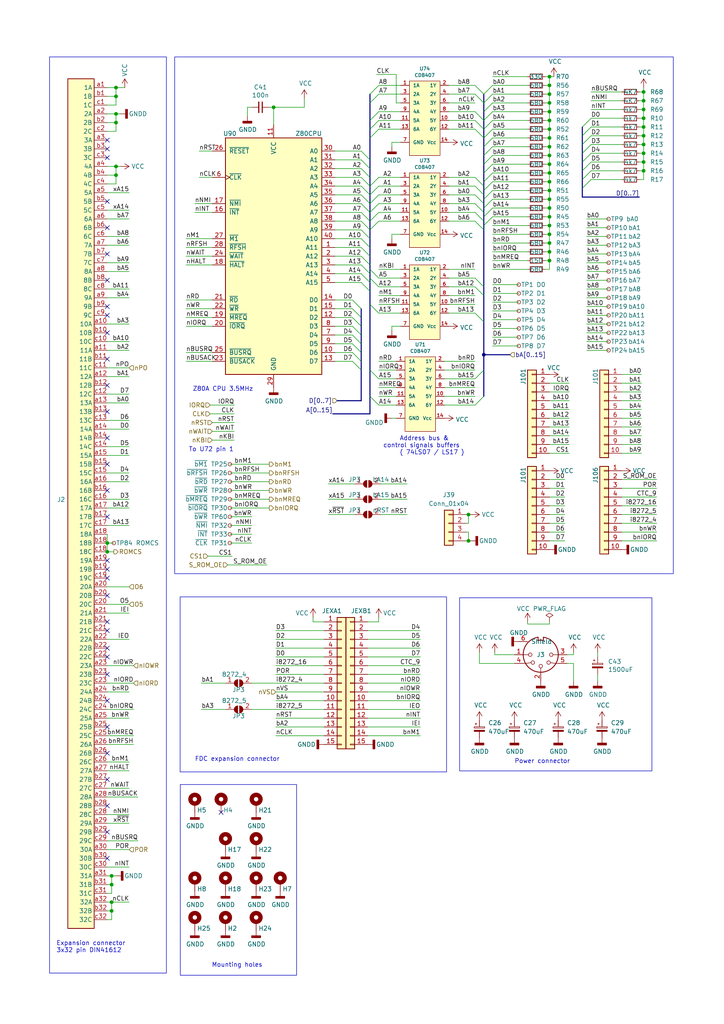
<source format=kicad_sch>
(kicad_sch (version 20230121) (generator eeschema)
  (paper "A4" portrait)
  (junction (at 159.385 55.245))
  (junction (at 33.655 35.56))
  (junction (at 159.385 60.325))
  (junction (at 186.69 36.83))
  (junction (at 186.69 46.99))
  (junction (at 186.69 26.67))
  (junction (at 159.385 45.085))
  (junction (at 159.385 73.025))
  (junction (at 159.385 50.165))
  (junction (at 159.385 40.005))
  (junction (at 186.69 49.53))
  (junction (at 135.89 156.845))
  (junction (at 159.385 32.385))
  (junction (at 32.385 256.54))
  (junction (at 32.385 254))
  (junction (at 33.655 33.02))
  (junction (at 159.385 70.485))
  (junction (at 159.385 52.705))
  (junction (at 33.655 27.94))
  (junction (at 186.69 39.37))
  (junction (at 186.69 34.29))
  (junction (at 159.385 62.865))
  (junction (at 186.69 44.45))
  (junction (at 33.655 48.26))
  (junction (at 32.385 261.62))
  (junction (at 140.335 102.87))
  (junction (at 159.385 57.785))
  (junction (at 186.69 29.21))
  (junction (at 159.385 29.845))
  (junction (at 31.115 157.48))
  (junction (at 159.385 34.925))
  (junction (at 159.385 22.225))
  (junction (at 32.385 264.16))
  (junction (at 33.655 50.8))
  (junction (at 159.385 27.305))
  (junction (at 159.385 37.465))
  (junction (at 186.69 41.91))
  (junction (at 159.385 67.945))
  (junction (at 31.115 160.02))
  (junction (at 79.375 31.115))
  (junction (at 159.385 65.405))
  (junction (at 186.69 31.75))
  (junction (at 135.89 149.225))
  (junction (at 159.385 75.565))
  (junction (at 159.385 24.765))
  (junction (at 33.655 25.4))
  (junction (at 159.385 47.625))
  (junction (at 159.385 42.545))
  (no_connect (at 31.115 162.56))
  (no_connect (at 31.115 241.3))
  (no_connect (at 31.115 195.58))
  (no_connect (at 31.115 210.82))
  (no_connect (at 31.115 172.72))
  (no_connect (at 31.115 111.76))
  (no_connect (at 31.115 190.5))
  (no_connect (at 31.115 180.34))
  (no_connect (at 31.115 119.38))
  (no_connect (at 31.115 248.92))
  (no_connect (at 31.115 91.44))
  (no_connect (at 31.115 58.42))
  (no_connect (at 31.115 218.44))
  (no_connect (at 31.115 134.62))
  (no_connect (at 31.115 182.88))
  (no_connect (at 31.115 73.66))
  (no_connect (at 31.115 43.18))
  (no_connect (at 31.115 40.64))
  (no_connect (at 31.115 203.2))
  (no_connect (at 31.115 96.52))
  (no_connect (at 31.115 187.96))
  (no_connect (at 31.115 127))
  (no_connect (at 31.115 142.24))
  (no_connect (at 31.115 233.68))
  (no_connect (at 31.115 167.64))
  (no_connect (at 31.115 149.86))
  (no_connect (at 31.115 165.1))
  (no_connect (at 31.115 81.28))
  (no_connect (at 31.115 104.14))
  (no_connect (at 31.115 66.04))
  (no_connect (at 31.115 45.72))
  (no_connect (at 31.115 88.9))
  (no_connect (at 64.135 235.585))
  (no_connect (at 31.115 226.06))
  (bus_entry (at 104.775 71.755) (size 2.54 2.54))
  (bus_entry (at 140.335 62.865) (size 2.54 -2.54))
  (bus_entry (at 104.775 61.595) (size 2.54 2.54))
  (bus_entry (at 140.335 42.545) (size 2.54 -2.54))
  (bus_entry (at 104.775 51.435) (size 2.54 2.54))
  (bus_entry (at 140.335 34.925) (size 2.54 -2.54))
  (bus_entry (at 104.775 43.815) (size 2.54 2.54))
  (bus_entry (at 140.335 65.405) (size 2.54 -2.54))
  (bus_entry (at 107.315 53.975) (size 2.54 -2.54))
  (bus_entry (at 104.775 76.835) (size 2.54 2.54))
  (bus_entry (at 107.315 29.845) (size 2.54 -2.54))
  (bus_entry (at 107.315 27.305) (size 2.54 -2.54))
  (bus_entry (at 102.235 92.075) (size 2.54 2.54))
  (bus_entry (at 137.795 80.645) (size 2.54 2.54))
  (bus_entry (at 107.315 88.265) (size 2.54 2.54))
  (bus_entry (at 107.315 56.515) (size 2.54 -2.54))
  (bus_entry (at 140.335 60.325) (size 2.54 -2.54))
  (bus_entry (at 168.91 54.61) (size 2.54 -2.54))
  (bus_entry (at 168.91 41.91) (size 2.54 -2.54))
  (bus_entry (at 104.775 69.215) (size 2.54 2.54))
  (bus_entry (at 137.795 37.465) (size 2.54 2.54))
  (bus_entry (at 168.91 49.53) (size 2.54 -2.54))
  (bus_entry (at 168.91 52.07) (size 2.54 -2.54))
  (bus_entry (at 107.315 66.675) (size 2.54 -2.54))
  (bus_entry (at 107.315 37.465) (size 2.54 -2.54))
  (bus_entry (at 104.775 64.135) (size 2.54 2.54))
  (bus_entry (at 140.335 29.845) (size 2.54 -2.54))
  (bus_entry (at 104.775 81.915) (size 2.54 2.54))
  (bus_entry (at 109.855 109.855) (size -2.54 -2.54))
  (bus_entry (at 102.235 86.995) (size 2.54 2.54))
  (bus_entry (at 107.315 34.925) (size 2.54 -2.54))
  (bus_entry (at 137.795 83.185) (size 2.54 2.54))
  (bus_entry (at 102.235 102.235) (size 2.54 2.54))
  (bus_entry (at 168.91 44.45) (size 2.54 -2.54))
  (bus_entry (at 107.315 61.595) (size 2.54 -2.54))
  (bus_entry (at 107.315 64.135) (size 2.54 -2.54))
  (bus_entry (at 137.795 117.475) (size 2.54 -2.54))
  (bus_entry (at 102.235 89.535) (size 2.54 2.54))
  (bus_entry (at 137.795 90.805) (size 2.54 2.54))
  (bus_entry (at 137.795 27.305) (size 2.54 2.54))
  (bus_entry (at 107.315 78.105) (size 2.54 2.54))
  (bus_entry (at 104.775 56.515) (size 2.54 2.54))
  (bus_entry (at 107.315 40.005) (size 2.54 -2.54))
  (bus_entry (at 137.795 61.595) (size 2.54 2.54))
  (bus_entry (at 140.335 32.385) (size 2.54 -2.54))
  (bus_entry (at 104.775 46.355) (size 2.54 2.54))
  (bus_entry (at 137.795 24.765) (size 2.54 2.54))
  (bus_entry (at 137.795 51.435) (size 2.54 2.54))
  (bus_entry (at 102.235 99.695) (size 2.54 2.54))
  (bus_entry (at 107.315 59.055) (size 2.54 -2.54))
  (bus_entry (at 102.235 104.775) (size 2.54 2.54))
  (bus_entry (at 104.775 74.295) (size 2.54 2.54))
  (bus_entry (at 140.335 57.785) (size 2.54 -2.54))
  (bus_entry (at 140.335 55.245) (size 2.54 -2.54))
  (bus_entry (at 109.855 117.475) (size -2.54 -2.54))
  (bus_entry (at 168.91 39.37) (size 2.54 -2.54))
  (bus_entry (at 102.235 94.615) (size 2.54 2.54))
  (bus_entry (at 137.795 34.925) (size 2.54 2.54))
  (bus_entry (at 104.775 79.375) (size 2.54 2.54))
  (bus_entry (at 104.775 66.675) (size 2.54 2.54))
  (bus_entry (at 137.795 53.975) (size 2.54 2.54))
  (bus_entry (at 137.795 64.135) (size 2.54 2.54))
  (bus_entry (at 104.775 59.055) (size 2.54 2.54))
  (bus_entry (at 140.335 47.625) (size 2.54 -2.54))
  (bus_entry (at 137.795 56.515) (size 2.54 2.54))
  (bus_entry (at 137.795 109.855) (size 2.54 -2.54))
  (bus_entry (at 168.91 46.99) (size 2.54 -2.54))
  (bus_entry (at 140.335 27.305) (size 2.54 -2.54))
  (bus_entry (at 140.335 37.465) (size 2.54 -2.54))
  (bus_entry (at 168.91 36.83) (size 2.54 -2.54))
  (bus_entry (at 140.335 40.005) (size 2.54 -2.54))
  (bus_entry (at 137.795 32.385) (size 2.54 2.54))
  (bus_entry (at 140.335 52.705) (size 2.54 -2.54))
  (bus_entry (at 104.775 53.975) (size 2.54 2.54))
  (bus_entry (at 104.775 48.895) (size 2.54 2.54))
  (bus_entry (at 107.315 80.645) (size 2.54 2.54))
  (bus_entry (at 137.795 59.055) (size 2.54 2.54))
  (bus_entry (at 140.335 50.165) (size 2.54 -2.54))
  (bus_entry (at 140.335 45.085) (size 2.54 -2.54))
  (bus_entry (at 102.235 97.155) (size 2.54 2.54))
  (wire (pts (xy 158.115 24.765) (xy 159.385 24.765)))
  (wire (pts (xy 159.385 52.705) (xy 159.385 55.245)))
  (wire (pts (xy 66.675 144.78) (xy 78.105 144.78)))
  (wire (pts (xy 40.005 231.14) (xy 31.115 231.14)))
  (wire (pts (xy 159.385 146.685) (xy 163.83 146.685)))
  (wire (pts (xy 109.855 88.265) (xy 116.205 88.265)))
  (wire (pts (xy 171.45 31.75) (xy 180.34 31.75)))
  (wire (pts (xy 61.595 125.095) (xy 67.945 125.095)))
  (wire (pts (xy 37.465 144.78) (xy 31.115 144.78)))
  (wire (pts (xy 114.935 29.845) (xy 116.205 29.845)))
  (wire (pts (xy 185.42 49.53) (xy 186.69 49.53)))
  (wire (pts (xy 135.89 156.845) (xy 136.525 156.845)))
  (wire (pts (xy 158.115 67.945) (xy 159.385 67.945)))
  (bus (pts (xy 104.775 116.205) (xy 97.79 116.205)))
  (wire (pts (xy 79.375 31.115) (xy 79.375 36.195)))
  (wire (pts (xy 166.37 189.865) (xy 164.465 189.865)))
  (wire (pts (xy 60.96 117.475) (xy 67.945 117.475)))
  (bus (pts (xy 104.775 94.615) (xy 104.775 97.155)))
  (wire (pts (xy 37.465 228.6) (xy 31.115 228.6)))
  (wire (pts (xy 170.18 66.04) (xy 176.53 66.04)))
  (wire (pts (xy 37.465 246.38) (xy 31.115 246.38)))
  (wire (pts (xy 130.175 78.105) (xy 137.795 78.105)))
  (wire (pts (xy 95.25 149.225) (xy 102.87 149.225)))
  (bus (pts (xy 140.335 66.675) (xy 140.335 83.185)))
  (wire (pts (xy 159.385 42.545) (xy 159.385 45.085)))
  (wire (pts (xy 128.905 112.395) (xy 137.795 112.395)))
  (bus (pts (xy 168.91 52.07) (xy 168.91 54.61)))
  (wire (pts (xy 53.975 89.535) (xy 61.595 89.535)))
  (wire (pts (xy 31.115 30.48) (xy 33.655 30.48)))
  (wire (pts (xy 160.655 22.225) (xy 159.385 22.225)))
  (wire (pts (xy 37.465 101.6) (xy 31.115 101.6)))
  (wire (pts (xy 32.385 264.16) (xy 32.385 261.62)))
  (wire (pts (xy 32.385 261.62) (xy 31.115 261.62)))
  (wire (pts (xy 186.69 29.21) (xy 186.69 31.75)))
  (bus (pts (xy 140.335 32.385) (xy 140.335 34.925)))
  (wire (pts (xy 97.155 81.915) (xy 104.775 81.915)))
  (wire (pts (xy 170.18 68.58) (xy 176.53 68.58)))
  (wire (pts (xy 166.37 197.485) (xy 166.37 192.405)))
  (wire (pts (xy 97.155 61.595) (xy 104.775 61.595)))
  (wire (pts (xy 159.385 75.565) (xy 159.385 78.105)))
  (wire (pts (xy 185.42 46.99) (xy 186.69 46.99)))
  (wire (pts (xy 37.465 71.12) (xy 31.115 71.12)))
  (wire (pts (xy 142.875 57.785) (xy 153.035 57.785)))
  (wire (pts (xy 31.115 63.5) (xy 37.465 63.5)))
  (wire (pts (xy 33.655 33.02) (xy 31.115 33.02)))
  (wire (pts (xy 186.69 41.91) (xy 186.69 44.45)))
  (wire (pts (xy 37.465 76.2) (xy 31.115 76.2)))
  (wire (pts (xy 116.205 41.275) (xy 113.665 41.275)))
  (wire (pts (xy 130.175 80.645) (xy 137.795 80.645)))
  (wire (pts (xy 135.255 151.765) (xy 135.89 151.765)))
  (wire (pts (xy 186.69 46.99) (xy 186.69 49.53)))
  (bus (pts (xy 107.315 79.375) (xy 107.315 78.105)))
  (wire (pts (xy 130.175 88.265) (xy 137.795 88.265)))
  (wire (pts (xy 116.205 34.925) (xy 109.855 34.925)))
  (wire (pts (xy 37.465 68.58) (xy 31.115 68.58)))
  (wire (pts (xy 142.875 82.55) (xy 150.495 82.55)))
  (bus (pts (xy 107.315 80.645) (xy 107.315 79.375)))
  (bus (pts (xy 140.335 47.625) (xy 140.335 50.165)))
  (wire (pts (xy 186.69 34.29) (xy 186.69 36.83)))
  (wire (pts (xy 159.385 121.285) (xy 165.1 121.285)))
  (wire (pts (xy 135.89 154.305) (xy 135.89 156.845)))
  (wire (pts (xy 180.34 154.305) (xy 190.5 154.305)))
  (wire (pts (xy 113.665 42.545) (xy 113.665 41.275)))
  (wire (pts (xy 33.655 38.1) (xy 33.655 35.56)))
  (wire (pts (xy 31.115 243.84) (xy 40.005 243.84)))
  (wire (pts (xy 32.385 254) (xy 31.115 254)))
  (wire (pts (xy 170.18 91.44) (xy 176.53 91.44)))
  (wire (pts (xy 93.98 187.96) (xy 80.01 187.96)))
  (wire (pts (xy 109.855 90.805) (xy 116.205 90.805)))
  (wire (pts (xy 142.875 37.465) (xy 153.035 37.465)))
  (wire (pts (xy 60.96 120.015) (xy 67.945 120.015)))
  (wire (pts (xy 66.04 163.83) (xy 77.47 163.83)))
  (wire (pts (xy 93.98 200.66) (xy 80.01 200.66)))
  (wire (pts (xy 31.115 27.94) (xy 33.655 27.94)))
  (wire (pts (xy 170.18 99.06) (xy 176.53 99.06)))
  (wire (pts (xy 159.385 29.845) (xy 159.385 32.385)))
  (wire (pts (xy 142.875 40.005) (xy 153.035 40.005)))
  (bus (pts (xy 107.315 29.845) (xy 107.315 34.925)))
  (wire (pts (xy 106.68 205.74) (xy 121.92 205.74)))
  (wire (pts (xy 158.115 34.925) (xy 159.385 34.925)))
  (wire (pts (xy 159.385 50.165) (xy 159.385 52.705)))
  (bus (pts (xy 140.335 53.975) (xy 140.335 55.245)))
  (wire (pts (xy 142.875 62.865) (xy 153.035 62.865)))
  (wire (pts (xy 116.205 32.385) (xy 109.855 32.385)))
  (wire (pts (xy 31.115 83.82) (xy 37.465 83.82)))
  (wire (pts (xy 153.035 180.975) (xy 159.385 180.975)))
  (wire (pts (xy 159.385 60.325) (xy 159.385 62.865)))
  (wire (pts (xy 185.42 44.45) (xy 186.69 44.45)))
  (wire (pts (xy 93.98 182.88) (xy 80.01 182.88)))
  (wire (pts (xy 159.385 116.205) (xy 165.1 116.205)))
  (wire (pts (xy 185.42 31.75) (xy 186.69 31.75)))
  (wire (pts (xy 159.385 154.305) (xy 163.83 154.305)))
  (wire (pts (xy 38.735 193.04) (xy 31.115 193.04)))
  (wire (pts (xy 109.22 21.59) (xy 114.935 21.59)))
  (wire (pts (xy 159.385 131.445) (xy 165.1 131.445)))
  (wire (pts (xy 93.98 203.2) (xy 80.01 203.2)))
  (wire (pts (xy 37.465 109.22) (xy 31.115 109.22)))
  (wire (pts (xy 158.115 62.865) (xy 159.385 62.865)))
  (wire (pts (xy 158.115 22.225) (xy 159.385 22.225)))
  (wire (pts (xy 180.34 108.585) (xy 186.055 108.585)))
  (wire (pts (xy 113.665 121.285) (xy 114.935 121.285)))
  (wire (pts (xy 180.34 118.745) (xy 186.055 118.745)))
  (wire (pts (xy 142.875 75.565) (xy 153.035 75.565)))
  (wire (pts (xy 170.18 83.82) (xy 176.53 83.82)))
  (wire (pts (xy 142.875 27.305) (xy 153.035 27.305)))
  (bus (pts (xy 107.315 46.355) (xy 107.315 48.895)))
  (wire (pts (xy 66.675 157.48) (xy 73.025 157.48)))
  (wire (pts (xy 159.385 24.765) (xy 159.385 27.305)))
  (wire (pts (xy 170.18 63.5) (xy 176.53 63.5)))
  (wire (pts (xy 61.595 71.755) (xy 53.975 71.755)))
  (wire (pts (xy 159.385 32.385) (xy 159.385 34.925)))
  (wire (pts (xy 180.34 141.605) (xy 190.5 141.605)))
  (wire (pts (xy 130.175 64.135) (xy 137.795 64.135)))
  (wire (pts (xy 110.49 144.78) (xy 118.11 144.78)))
  (wire (pts (xy 142.875 97.79) (xy 150.495 97.79)))
  (wire (pts (xy 139.065 192.405) (xy 149.225 192.405)))
  (wire (pts (xy 88.265 28.575) (xy 88.265 31.115)))
  (wire (pts (xy 130.175 56.515) (xy 137.795 56.515)))
  (wire (pts (xy 37.465 261.62) (xy 32.385 261.62)))
  (wire (pts (xy 66.675 139.7) (xy 78.105 139.7)))
  (bus (pts (xy 104.775 107.315) (xy 104.775 116.205)))
  (wire (pts (xy 31.115 50.8) (xy 33.655 50.8)))
  (wire (pts (xy 159.385 141.605) (xy 163.83 141.605)))
  (wire (pts (xy 61.595 59.055) (xy 56.515 59.055)))
  (wire (pts (xy 171.45 41.91) (xy 180.34 41.91)))
  (wire (pts (xy 109.855 64.135) (xy 116.205 64.135)))
  (wire (pts (xy 158.115 70.485) (xy 159.385 70.485)))
  (wire (pts (xy 38.735 198.12) (xy 31.115 198.12)))
  (wire (pts (xy 37.465 223.52) (xy 31.115 223.52)))
  (wire (pts (xy 180.34 121.285) (xy 186.055 121.285)))
  (wire (pts (xy 137.795 24.765) (xy 130.175 24.765)))
  (wire (pts (xy 37.465 99.06) (xy 31.115 99.06)))
  (bus (pts (xy 104.775 102.235) (xy 104.775 104.775)))
  (wire (pts (xy 171.45 46.99) (xy 180.34 46.99)))
  (wire (pts (xy 159.385 55.245) (xy 159.385 57.785)))
  (wire (pts (xy 109.855 104.775) (xy 114.935 104.775)))
  (wire (pts (xy 166.37 189.23) (xy 166.37 189.865)))
  (wire (pts (xy 159.385 47.625) (xy 159.385 50.165)))
  (wire (pts (xy 37.465 177.8) (xy 31.115 177.8)))
  (wire (pts (xy 159.385 123.825) (xy 165.1 123.825)))
  (bus (pts (xy 107.315 51.435) (xy 107.315 53.975)))
  (wire (pts (xy 80.01 193.04) (xy 93.98 193.04)))
  (wire (pts (xy 159.385 22.225) (xy 159.385 24.765)))
  (wire (pts (xy 158.115 60.325) (xy 159.385 60.325)))
  (wire (pts (xy 114.935 117.475) (xy 109.855 117.475)))
  (wire (pts (xy 106.68 210.82) (xy 121.92 210.82)))
  (wire (pts (xy 142.875 52.705) (xy 153.035 52.705)))
  (wire (pts (xy 130.175 32.385) (xy 137.795 32.385)))
  (wire (pts (xy 142.875 78.105) (xy 153.035 78.105)))
  (wire (pts (xy 186.69 36.83) (xy 186.69 39.37)))
  (bus (pts (xy 140.335 61.595) (xy 140.335 62.865)))
  (wire (pts (xy 186.69 44.45) (xy 186.69 46.99)))
  (wire (pts (xy 33.655 50.8) (xy 33.655 48.26)))
  (wire (pts (xy 97.155 86.995) (xy 102.235 86.995)))
  (wire (pts (xy 97.155 69.215) (xy 104.775 69.215)))
  (wire (pts (xy 130.175 59.055) (xy 137.795 59.055)))
  (wire (pts (xy 57.785 43.815) (xy 61.595 43.815)))
  (wire (pts (xy 142.875 29.845) (xy 153.035 29.845)))
  (wire (pts (xy 106.68 195.58) (xy 121.92 195.58)))
  (wire (pts (xy 170.18 101.6) (xy 176.53 101.6)))
  (bus (pts (xy 140.335 37.465) (xy 140.335 40.005)))
  (bus (pts (xy 107.315 69.215) (xy 107.315 71.755)))
  (wire (pts (xy 159.385 149.225) (xy 163.83 149.225)))
  (wire (pts (xy 38.735 205.74) (xy 31.115 205.74)))
  (wire (pts (xy 93.98 190.5) (xy 80.01 190.5)))
  (bus (pts (xy 107.315 56.515) (xy 107.315 59.055)))
  (wire (pts (xy 106.68 193.04) (xy 121.92 193.04)))
  (bus (pts (xy 168.91 54.61) (xy 168.91 57.15)))
  (wire (pts (xy 31.115 38.1) (xy 33.655 38.1)))
  (wire (pts (xy 97.155 104.775) (xy 102.235 104.775)))
  (wire (pts (xy 37.465 208.28) (xy 31.115 208.28)))
  (bus (pts (xy 140.335 59.055) (xy 140.335 60.325)))
  (bus (pts (xy 107.315 27.305) (xy 107.315 29.845)))
  (wire (pts (xy 95.25 144.78) (xy 102.87 144.78)))
  (wire (pts (xy 37.465 170.18) (xy 31.115 170.18)))
  (wire (pts (xy 31.115 154.94) (xy 31.115 157.48)))
  (wire (pts (xy 97.155 71.755) (xy 104.775 71.755)))
  (wire (pts (xy 97.155 102.235) (xy 102.235 102.235)))
  (bus (pts (xy 140.335 83.185) (xy 140.335 85.725)))
  (bus (pts (xy 168.91 49.53) (xy 168.91 52.07)))
  (bus (pts (xy 107.315 61.595) (xy 107.315 64.135)))
  (wire (pts (xy 109.855 180.34) (xy 106.68 180.34)))
  (wire (pts (xy 180.34 123.825) (xy 186.055 123.825)))
  (wire (pts (xy 53.975 86.995) (xy 61.595 86.995)))
  (wire (pts (xy 142.875 100.33) (xy 150.495 100.33)))
  (wire (pts (xy 130.175 90.805) (xy 137.795 90.805)))
  (wire (pts (xy 53.975 102.235) (xy 61.595 102.235)))
  (wire (pts (xy 142.875 87.63) (xy 150.495 87.63)))
  (wire (pts (xy 158.115 55.245) (xy 159.385 55.245)))
  (wire (pts (xy 106.68 182.88) (xy 121.92 182.88)))
  (wire (pts (xy 33.655 35.56) (xy 33.655 33.02)))
  (wire (pts (xy 142.875 24.765) (xy 153.035 24.765)))
  (bus (pts (xy 107.315 88.265) (xy 107.315 107.315)))
  (wire (pts (xy 142.875 90.17) (xy 150.495 90.17)))
  (wire (pts (xy 31.115 53.34) (xy 33.655 53.34)))
  (wire (pts (xy 37.465 93.98) (xy 31.115 93.98)))
  (wire (pts (xy 170.18 76.2) (xy 176.53 76.2)))
  (wire (pts (xy 180.34 156.845) (xy 190.5 156.845)))
  (wire (pts (xy 135.89 149.225) (xy 135.255 149.225)))
  (bus (pts (xy 168.91 36.83) (xy 168.91 39.37)))
  (wire (pts (xy 97.155 43.815) (xy 104.775 43.815)))
  (wire (pts (xy 71.755 31.115) (xy 73.025 31.115)))
  (wire (pts (xy 109.855 179.07) (xy 109.855 180.34)))
  (wire (pts (xy 34.925 33.02) (xy 33.655 33.02)))
  (wire (pts (xy 173.355 195.58) (xy 173.355 197.485)))
  (wire (pts (xy 142.875 92.71) (xy 150.495 92.71)))
  (wire (pts (xy 142.875 22.225) (xy 153.035 22.225)))
  (wire (pts (xy 53.975 104.775) (xy 61.595 104.775)))
  (wire (pts (xy 32.385 256.54) (xy 32.385 254)))
  (wire (pts (xy 38.735 215.9) (xy 31.115 215.9)))
  (wire (pts (xy 97.155 76.835) (xy 104.775 76.835)))
  (wire (pts (xy 97.155 79.375) (xy 104.775 79.375)))
  (wire (pts (xy 31.115 35.56) (xy 33.655 35.56)))
  (wire (pts (xy 106.68 198.12) (xy 121.92 198.12)))
  (wire (pts (xy 114.935 114.935) (xy 109.855 114.935)))
  (wire (pts (xy 130.175 53.975) (xy 137.795 53.975)))
  (wire (pts (xy 114.935 107.315) (xy 109.855 107.315)))
  (wire (pts (xy 97.155 53.975) (xy 104.775 53.975)))
  (wire (pts (xy 37.465 86.36) (xy 31.115 86.36)))
  (wire (pts (xy 158.115 32.385) (xy 159.385 32.385)))
  (wire (pts (xy 142.875 34.925) (xy 153.035 34.925)))
  (wire (pts (xy 93.98 213.36) (xy 80.01 213.36)))
  (wire (pts (xy 37.465 78.74) (xy 31.115 78.74)))
  (wire (pts (xy 109.855 53.975) (xy 116.205 53.975)))
  (wire (pts (xy 97.155 48.895) (xy 104.775 48.895)))
  (bus (pts (xy 168.91 46.99) (xy 168.91 49.53)))
  (wire (pts (xy 143.51 189.23) (xy 143.51 189.865)))
  (wire (pts (xy 186.69 49.53) (xy 186.69 52.07)))
  (wire (pts (xy 90.805 179.07) (xy 90.805 180.34)))
  (wire (pts (xy 79.375 31.115) (xy 88.265 31.115)))
  (bus (pts (xy 140.335 56.515) (xy 140.335 57.785)))
  (wire (pts (xy 159.385 156.845) (xy 163.83 156.845)))
  (wire (pts (xy 186.69 39.37) (xy 186.69 41.91)))
  (bus (pts (xy 104.775 89.535) (xy 104.775 92.075)))
  (wire (pts (xy 158.115 45.085) (xy 159.385 45.085)))
  (wire (pts (xy 142.875 73.025) (xy 153.035 73.025)))
  (wire (pts (xy 53.975 76.835) (xy 61.595 76.835)))
  (wire (pts (xy 109.855 61.595) (xy 116.205 61.595)))
  (wire (pts (xy 116.205 37.465) (xy 109.855 37.465)))
  (wire (pts (xy 78.105 31.115) (xy 79.375 31.115)))
  (wire (pts (xy 60.325 161.29) (xy 67.31 161.29)))
  (wire (pts (xy 180.34 128.905) (xy 186.055 128.905)))
  (bus (pts (xy 107.315 84.455) (xy 107.315 88.265)))
  (wire (pts (xy 170.18 71.12) (xy 176.53 71.12)))
  (bus (pts (xy 107.315 78.105) (xy 107.315 76.835)))
  (wire (pts (xy 109.855 85.725) (xy 116.205 85.725)))
  (wire (pts (xy 171.45 36.83) (xy 180.34 36.83)))
  (wire (pts (xy 159.385 57.785) (xy 159.385 60.325)))
  (wire (pts (xy 113.665 69.215) (xy 113.665 67.945)))
  (wire (pts (xy 158.115 37.465) (xy 159.385 37.465)))
  (wire (pts (xy 158.115 27.305) (xy 159.385 27.305)))
  (wire (pts (xy 31.115 157.48) (xy 33.02 157.48)))
  (wire (pts (xy 31.115 157.48) (xy 31.115 160.02)))
  (bus (pts (xy 168.91 41.91) (xy 168.91 44.45)))
  (wire (pts (xy 93.98 208.28) (xy 80.01 208.28)))
  (wire (pts (xy 158.115 65.405) (xy 159.385 65.405)))
  (bus (pts (xy 107.315 59.055) (xy 107.315 61.595)))
  (wire (pts (xy 170.18 81.28) (xy 176.53 81.28)))
  (wire (pts (xy 142.875 47.625) (xy 153.035 47.625)))
  (wire (pts (xy 135.255 156.845) (xy 135.89 156.845)))
  (wire (pts (xy 97.155 92.075) (xy 102.235 92.075)))
  (bus (pts (xy 140.335 107.315) (xy 140.335 114.935)))
  (wire (pts (xy 166.37 192.405) (xy 164.465 192.405)))
  (wire (pts (xy 159.385 126.365) (xy 165.1 126.365)))
  (bus (pts (xy 168.91 44.45) (xy 168.91 46.99)))
  (wire (pts (xy 142.875 85.09) (xy 150.495 85.09)))
  (wire (pts (xy 106.68 200.66) (xy 121.92 200.66)))
  (wire (pts (xy 33.655 254) (xy 32.385 254)))
  (wire (pts (xy 37.465 139.7) (xy 31.115 139.7)))
  (wire (pts (xy 142.875 65.405) (xy 153.035 65.405)))
  (wire (pts (xy 97.155 51.435) (xy 104.775 51.435)))
  (wire (pts (xy 142.875 70.485) (xy 153.035 70.485)))
  (bus (pts (xy 107.315 107.315) (xy 107.315 114.935)))
  (wire (pts (xy 185.42 52.07) (xy 186.69 52.07)))
  (wire (pts (xy 37.465 124.46) (xy 31.115 124.46)))
  (bus (pts (xy 147.955 102.87) (xy 140.335 102.87)))
  (wire (pts (xy 109.855 59.055) (xy 116.205 59.055)))
  (wire (pts (xy 170.18 96.52) (xy 176.53 96.52)))
  (wire (pts (xy 97.155 94.615) (xy 102.235 94.615)))
  (wire (pts (xy 37.465 137.16) (xy 31.115 137.16)))
  (bus (pts (xy 107.315 40.005) (xy 107.315 46.355)))
  (wire (pts (xy 142.875 45.085) (xy 153.035 45.085)))
  (wire (pts (xy 56.515 61.595) (xy 61.595 61.595)))
  (bus (pts (xy 140.335 55.245) (xy 140.335 56.515)))
  (bus (pts (xy 140.335 42.545) (xy 140.335 45.085)))
  (wire (pts (xy 159.385 180.34) (xy 159.385 180.975)))
  (wire (pts (xy 37.465 238.76) (xy 31.115 238.76)))
  (wire (pts (xy 38.735 213.36) (xy 31.115 213.36)))
  (wire (pts (xy 185.42 39.37) (xy 186.69 39.37)))
  (bus (pts (xy 107.315 53.975) (xy 107.315 56.515)))
  (wire (pts (xy 97.155 66.675) (xy 104.775 66.675)))
  (wire (pts (xy 61.595 127.635) (xy 67.945 127.635)))
  (wire (pts (xy 93.98 210.82) (xy 80.01 210.82)))
  (wire (pts (xy 97.155 97.155) (xy 102.235 97.155)))
  (wire (pts (xy 142.875 95.25) (xy 150.495 95.25)))
  (wire (pts (xy 37.465 106.68) (xy 31.115 106.68)))
  (wire (pts (xy 135.255 154.305) (xy 135.89 154.305)))
  (wire (pts (xy 113.665 67.945) (xy 116.205 67.945)))
  (wire (pts (xy 109.855 78.105) (xy 116.205 78.105)))
  (wire (pts (xy 159.385 27.305) (xy 159.385 29.845)))
  (bus (pts (xy 140.335 60.325) (xy 140.335 61.595)))
  (wire (pts (xy 128.905 114.935) (xy 137.795 114.935)))
  (wire (pts (xy 32.385 264.16) (xy 31.115 264.16)))
  (wire (pts (xy 158.115 50.165) (xy 159.385 50.165)))
  (wire (pts (xy 159.385 144.145) (xy 163.83 144.145)))
  (bus (pts (xy 107.315 81.915) (xy 107.315 84.455)))
  (wire (pts (xy 31.115 256.54) (xy 32.385 256.54)))
  (bus (pts (xy 140.335 93.345) (xy 140.335 102.87)))
  (wire (pts (xy 158.115 78.105) (xy 159.385 78.105)))
  (wire (pts (xy 66.675 137.16) (xy 78.105 137.16)))
  (wire (pts (xy 180.34 113.665) (xy 186.055 113.665)))
  (wire (pts (xy 159.385 37.465) (xy 159.385 40.005)))
  (bus (pts (xy 168.91 39.37) (xy 168.91 41.91)))
  (wire (pts (xy 114.935 21.59) (xy 114.935 29.845)))
  (bus (pts (xy 107.315 114.935) (xy 107.315 120.015)))
  (wire (pts (xy 170.18 86.36) (xy 176.53 86.36)))
  (wire (pts (xy 130.175 85.725) (xy 137.795 85.725)))
  (wire (pts (xy 185.42 36.83) (xy 186.69 36.83)))
  (wire (pts (xy 159.385 65.405) (xy 159.385 67.945)))
  (wire (pts (xy 180.34 149.225) (xy 190.5 149.225)))
  (wire (pts (xy 33.655 30.48) (xy 33.655 27.94)))
  (wire (pts (xy 33.655 53.34) (xy 33.655 50.8)))
  (wire (pts (xy 186.69 25.4) (xy 186.69 26.67)))
  (bus (pts (xy 168.91 57.15) (xy 185.42 57.15)))
  (wire (pts (xy 53.975 74.295) (xy 61.595 74.295)))
  (wire (pts (xy 31.115 259.08) (xy 32.385 259.08)))
  (wire (pts (xy 32.385 266.7) (xy 32.385 264.16)))
  (wire (pts (xy 185.42 26.67) (xy 186.69 26.67)))
  (wire (pts (xy 180.34 116.205) (xy 186.055 116.205)))
  (wire (pts (xy 171.45 39.37) (xy 180.34 39.37)))
  (wire (pts (xy 159.385 45.085) (xy 159.385 47.625)))
  (bus (pts (xy 140.335 64.135) (xy 140.335 65.405)))
  (wire (pts (xy 37.465 236.22) (xy 31.115 236.22)))
  (bus (pts (xy 140.335 52.705) (xy 140.335 53.975)))
  (wire (pts (xy 31.115 25.4) (xy 33.655 25.4)))
  (wire (pts (xy 171.45 26.67) (xy 180.34 26.67)))
  (wire (pts (xy 130.175 61.595) (xy 137.795 61.595)))
  (wire (pts (xy 109.855 80.645) (xy 116.205 80.645)))
  (wire (pts (xy 106.68 208.28) (xy 121.92 208.28)))
  (wire (pts (xy 109.855 109.855) (xy 114.935 109.855)))
  (wire (pts (xy 128.905 104.775) (xy 137.795 104.775)))
  (wire (pts (xy 158.115 40.005) (xy 159.385 40.005)))
  (wire (pts (xy 106.68 203.2) (xy 121.92 203.2)))
  (wire (pts (xy 97.155 74.295) (xy 104.775 74.295)))
  (wire (pts (xy 130.175 83.185) (xy 137.795 83.185)))
  (bus (pts (xy 140.335 34.925) (xy 140.335 37.465)))
  (wire (pts (xy 173.355 189.23) (xy 173.355 190.5)))
  (bus (pts (xy 107.315 34.925) (xy 107.315 37.465)))
  (wire (pts (xy 90.805 180.34) (xy 93.98 180.34)))
  (wire (pts (xy 109.855 51.435) (xy 116.205 51.435)))
  (wire (pts (xy 66.675 134.62) (xy 78.105 134.62)))
  (wire (pts (xy 97.155 64.135) (xy 104.775 64.135)))
  (wire (pts (xy 159.385 118.745) (xy 165.1 118.745)))
  (wire (pts (xy 171.45 49.53) (xy 180.34 49.53)))
  (wire (pts (xy 158.115 52.705) (xy 159.385 52.705)))
  (wire (pts (xy 135.89 149.225) (xy 136.525 149.225)))
  (wire (pts (xy 58.42 205.74) (xy 65.405 205.74)))
  (wire (pts (xy 185.42 34.29) (xy 186.69 34.29)))
  (bus (pts (xy 140.335 65.405) (xy 140.335 66.675)))
  (wire (pts (xy 66.675 142.24) (xy 78.105 142.24)))
  (wire (pts (xy 171.45 44.45) (xy 180.34 44.45)))
  (wire (pts (xy 110.49 140.335) (xy 118.11 140.335)))
  (wire (pts (xy 106.68 185.42) (xy 121.92 185.42)))
  (wire (pts (xy 158.115 42.545) (xy 159.385 42.545)))
  (wire (pts (xy 106.68 213.36) (xy 121.92 213.36)))
  (wire (pts (xy 159.385 128.905) (xy 165.1 128.905)))
  (wire (pts (xy 180.34 146.685) (xy 190.5 146.685)))
  (bus (pts (xy 107.315 64.135) (xy 107.315 66.675)))
  (wire (pts (xy 31.115 175.26) (xy 37.465 175.26)))
  (wire (pts (xy 159.385 111.125) (xy 165.1 111.125)))
  (wire (pts (xy 185.42 41.91) (xy 186.69 41.91)))
  (wire (pts (xy 159.385 151.765) (xy 163.83 151.765)))
  (wire (pts (xy 109.855 56.515) (xy 116.205 56.515)))
  (wire (pts (xy 66.675 154.94) (xy 73.025 154.94)))
  (wire (pts (xy 58.42 198.12) (xy 65.405 198.12)))
  (wire (pts (xy 180.34 111.125) (xy 186.055 111.125)))
  (wire (pts (xy 31.115 266.7) (xy 32.385 266.7)))
  (wire (pts (xy 180.34 144.145) (xy 190.5 144.145)))
  (bus (pts (xy 107.315 120.015) (xy 96.52 120.015)))
  (wire (pts (xy 159.385 113.665) (xy 165.1 113.665)))
  (wire (pts (xy 37.465 116.84) (xy 31.115 116.84)))
  (wire (pts (xy 114.935 112.395) (xy 109.855 112.395)))
  (wire (pts (xy 37.465 121.92) (xy 31.115 121.92)))
  (wire (pts (xy 34.925 48.26) (xy 33.655 48.26)))
  (wire (pts (xy 180.34 139.065) (xy 190.5 139.065)))
  (wire (pts (xy 53.975 94.615) (xy 61.595 94.615)))
  (wire (pts (xy 113.665 95.885) (xy 113.665 94.615)))
  (bus (pts (xy 104.775 104.775) (xy 104.775 107.315)))
  (wire (pts (xy 37.465 185.42) (xy 31.115 185.42)))
  (bus (pts (xy 104.775 92.075) (xy 104.775 94.615)))
  (wire (pts (xy 153.035 180.34) (xy 153.035 180.975)))
  (wire (pts (xy 109.855 83.185) (xy 116.205 83.185)))
  (bus (pts (xy 140.335 57.785) (xy 140.335 59.055)))
  (wire (pts (xy 171.45 34.29) (xy 180.34 34.29)))
  (wire (pts (xy 73.025 198.12) (xy 93.98 198.12)))
  (wire (pts (xy 71.755 31.115) (xy 71.755 33.655)))
  (wire (pts (xy 97.155 56.515) (xy 104.775 56.515)))
  (bus (pts (xy 107.315 66.675) (xy 107.315 69.215)))
  (wire (pts (xy 37.465 152.4) (xy 31.115 152.4)))
  (wire (pts (xy 37.465 147.32) (xy 31.115 147.32)))
  (wire (pts (xy 170.18 88.9) (xy 176.53 88.9)))
  (wire (pts (xy 159.385 40.005) (xy 159.385 42.545)))
  (bus (pts (xy 104.775 99.695) (xy 104.775 102.235)))
  (wire (pts (xy 180.34 151.765) (xy 190.5 151.765)))
  (wire (pts (xy 33.655 48.26) (xy 31.115 48.26)))
  (bus (pts (xy 140.335 102.87) (xy 140.335 107.315)))
  (wire (pts (xy 97.155 59.055) (xy 104.775 59.055)))
  (wire (pts (xy 130.175 37.465) (xy 137.795 37.465)))
  (wire (pts (xy 180.34 126.365) (xy 186.055 126.365)))
  (wire (pts (xy 158.115 29.845) (xy 159.385 29.845)))
  (wire (pts (xy 142.875 67.945) (xy 153.035 67.945)))
  (wire (pts (xy 110.49 149.225) (xy 118.11 149.225)))
  (wire (pts (xy 73.025 205.74) (xy 93.98 205.74)))
  (wire (pts (xy 159.385 62.865) (xy 159.385 65.405)))
  (wire (pts (xy 113.665 94.615) (xy 116.205 94.615)))
  (wire (pts (xy 142.875 42.545) (xy 153.035 42.545)))
  (wire (pts (xy 159.385 34.925) (xy 159.385 37.465)))
  (wire (pts (xy 186.69 31.75) (xy 186.69 34.29)))
  (wire (pts (xy 170.18 73.66) (xy 176.53 73.66)))
  (wire (pts (xy 33.655 27.94) (xy 33.655 25.4)))
  (wire (pts (xy 158.115 57.785) (xy 159.385 57.785)))
  (wire (pts (xy 142.875 55.245) (xy 153.035 55.245)))
  (wire (pts (xy 171.45 52.07) (xy 180.34 52.07)))
  (wire (pts (xy 61.595 122.555) (xy 67.945 122.555)))
  (wire (pts (xy 37.465 251.46) (xy 31.115 251.46)))
  (wire (pts (xy 158.115 47.625) (xy 159.385 47.625)))
  (bus (pts (xy 107.315 48.895) (xy 107.315 51.435)))
  (wire (pts (xy 33.655 25.4) (xy 36.195 25.4)))
  (wire (pts (xy 128.905 109.855) (xy 137.795 109.855)))
  (wire (pts (xy 31.115 160.02) (xy 33.02 160.02)))
  (bus (pts (xy 140.335 45.085) (xy 140.335 47.625)))
  (wire (pts (xy 158.115 73.025) (xy 159.385 73.025)))
  (wire (pts (xy 97.155 99.695) (xy 102.235 99.695)))
  (wire (pts (xy 97.155 89.535) (xy 102.235 89.535)))
  (wire (pts (xy 31.115 220.98) (xy 37.465 220.98)))
  (wire (pts (xy 31.115 60.96) (xy 37.465 60.96)))
  (bus (pts (xy 140.335 85.725) (xy 140.335 93.345)))
  (wire (pts (xy 116.205 27.305) (xy 109.855 27.305)))
  (wire (pts (xy 97.155 46.355) (xy 104.775 46.355)))
  (wire (pts (xy 37.465 129.54) (xy 31.115 129.54)))
  (wire (pts (xy 142.875 50.165) (xy 153.035 50.165)))
  (bus (pts (xy 140.335 50.165) (xy 140.335 52.705)))
  (wire (pts (xy 158.115 75.565) (xy 159.385 75.565)))
  (wire (pts (xy 142.875 32.385) (xy 153.035 32.385)))
  (wire (pts (xy 170.18 78.74) (xy 176.53 78.74)))
  (bus (pts (xy 140.335 29.845) (xy 140.335 32.385)))
  (wire (pts (xy 142.875 60.325) (xy 153.035 60.325)))
  (wire (pts (xy 186.69 26.67) (xy 186.69 29.21)))
  (wire (pts (xy 128.905 117.475) (xy 137.795 117.475)))
  (wire (pts (xy 93.98 195.58) (xy 80.01 195.58)))
  (bus (pts (xy 107.315 74.295) (xy 107.315 71.755)))
  (bus (pts (xy 104.775 97.155) (xy 104.775 99.695)))
  (wire (pts (xy 139.065 189.23) (xy 139.065 192.405)))
  (bus (pts (xy 107.315 37.465) (xy 107.315 40.005)))
  (wire (pts (xy 32.385 259.08) (xy 32.385 256.54)))
  (wire (pts (xy 143.51 189.865) (xy 149.225 189.865)))
  (wire (pts (xy 135.89 151.765) (xy 135.89 149.225)))
  (wire (pts (xy 95.25 140.335) (xy 102.87 140.335)))
  (wire (pts (xy 171.45 29.21) (xy 180.34 29.21)))
  (wire (pts (xy 57.785 51.435) (xy 61.595 51.435)))
  (wire (pts (xy 159.385 67.945) (xy 159.385 70.485)))
  (wire (pts (xy 31.115 55.88) (xy 37.465 55.88)))
  (wire (pts (xy 180.34 131.445) (xy 186.055 131.445)))
  (wire (pts (xy 159.385 70.485) (xy 159.385 73.025)))
  (bus (pts (xy 140.335 62.865) (xy 140.335 64.135)))
  (wire (pts (xy 37.465 132.08) (xy 31.115 132.08)))
  (wire (pts (xy 130.175 51.435) (xy 137.795 51.435)))
  (bus (pts (xy 107.315 81.915) (xy 107.315 80.645)))
  (wire (pts (xy 93.98 185.42) (xy 80.01 185.42)))
  (wire (pts (xy 130.175 27.305) (xy 137.795 27.305)))
  (wire (pts (xy 73.025 152.4) (xy 66.675 152.4)))
  (bus (pts (xy 107.315 74.295) (xy 107.315 76.835)))
  (wire (pts (xy 37.465 114.3) (xy 31.115 114.3)))
  (wire (pts (xy 106.68 190.5) (xy 121.92 190.5)))
  (bus (pts (xy 140.335 40.005) (xy 140.335 42.545)))
  (bus (pts (xy 140.335 27.305) (xy 140.335 29.845)))
  (wire (pts (xy 116.205 24.765) (xy 109.855 24.765)))
  (wire (pts (xy 185.42 29.21) (xy 186.69 29.21)))
  (wire (pts (xy 66.675 147.32) (xy 78.105 147.32)))
  (wire (pts (xy 159.385 73.025) (xy 159.385 75.565)))
  (wire (pts (xy 61.595 69.215) (xy 53.975 69.215)))
  (wire (pts (xy 37.465 200.66) (xy 31.115 200.66)))
  (wire (pts (xy 130.175 29.845) (xy 137.795 29.845)))
  (wire (pts (xy 159.385 139.065) (xy 163.83 139.065)))
  (wire (pts (xy 66.675 149.86) (xy 73.025 149.86)))
  (wire (pts (xy 128.905 107.315) (xy 137.795 107.315)))
  (wire (pts (xy 130.175 34.925) (xy 137.795 34.925)))
  (wire (pts (xy 53.975 92.075) (xy 61.595 92.075)))
  (wire (pts (xy 106.68 187.96) (xy 121.92 187.96)))
  (wire (pts (xy 170.18 93.98) (xy 176.53 93.98)))
  (rectangle (start 50.673 16.51) (end 195.3006 166.37))
  (rectangle (start 52.2986 227.5078) (end 86.0298 282.829))
  (rectangle (start 14.3764 16.51) (end 48.26 282.194))
  (rectangle (start 133.3246 173.355) (end 189.103 223.5708))
  (rectangle (start 52.2478 173.101) (end 129.54 223.8502))
  (text "Expansion connector\n3x32 pin DIN41612\n" (at 16.3322 276.4536 0) (effects (font (size 1.27 1.27)) (justify left bottom)))
  (text "	Address bus & \ncontrol signals buffers\n	( 74LS07 / LS17 )" (at 111.125 132.08 0) (effects (font (size 1.27 1.27)) (justify left bottom)))
  (text "To U72 pin 1" (at 54.737 131.191 0) (effects (font (size 1.27 1.27)) (justify left bottom)))
  (text "FDC expansion connector" (at 56.515 220.98 0) (effects (font (size 1.27 1.27)) (justify left bottom)))
  (text "Power connector" (at 149.225 221.615 0) (effects (font (size 1.27 1.27)) (justify left bottom)))
  (text "Mounting holes" (at 61.3918 280.6954 0) (effects (font (size 1.27 1.27)) (justify left bottom)))
  (text "Z80A CPU 3.5MHz" (at 55.88 113.665 0) (effects (font (size 1.27 1.27)) (justify left bottom)))
  (label "nRFSH" (at 53.975 71.755 0))
  (label "bA13" (at 142.875 57.785 0))
  (label "nRST" (at 118.11 149.225 180))
  (label "D2" (at 80.01 185.42 0))
  (label "D6" (at 102.235 102.235 180))
  (label "bA11" (at 165.1 118.745 180))
  (label "nIORQ" (at 53.975 94.615 0))
  (label "bA15" (at 142.875 62.865 0))
  (label "bnWR" (at 37.465 208.28 180))
  (label "nNMI" (at 37.465 236.22 180))
  (label "A13" (at 109.855 90.805 0))
  (label "D3" (at 163.83 146.685 180))
  (label "IORQ" (at 165.1 113.665 180))
  (label "bnRD" (at 67.945 139.7 0))
  (label "D3" (at 37.465 144.78 180))
  (label "xA15" (at 37.465 55.88 180))
  (label "A11" (at 109.855 37.465 0))
  (label "nINT" (at 73.025 154.94 180))
  (label "bA2" (at 170.18 68.58 0))
  (label "i8272_4" (at 190.5 151.765 180))
  (label "A9" (at 109.855 32.385 0))
  (label "bnWR" (at 137.795 114.935 180))
  (label "nINT" (at 56.515 61.595 0))
  (label "nNMI" (at 73.025 152.4 180))
  (label "D2" (at 37.465 139.7 180))
  (label "bA14" (at 142.875 60.325 0))
  (label "bA11" (at 170.18 91.44 0))
  (label "D6" (at 142.875 97.79 0))
  (label "A8" (at 104.775 64.135 180))
  (label "A8" (at 109.855 24.765 0))
  (label "A12" (at 109.855 83.185 0))
  (label "bA0" (at 142.875 24.765 0))
  (label "D1" (at 171.45 36.83 0))
  (label "xA15" (at 95.25 144.78 0))
  (label "nIORQ" (at 109.855 107.315 0))
  (label "D5" (at 102.235 99.695 180))
  (label "bA8" (at 186.055 128.905 180))
  (label "nMREQ" (at 109.855 112.395 0))
  (label "bA7" (at 37.465 63.5 180))
  (label "nKBI" (at 67.945 127.635 180))
  (label "bA7" (at 132.715 27.305 0))
  (label "bnIORQ" (at 38.735 205.74 180))
  (label "bnIORQ" (at 142.875 73.025 0))
  (label "bA2" (at 186.055 113.665 180))
  (label "D4" (at 102.235 97.155 180))
  (label "bA15" (at 132.715 109.855 0))
  (label "bA4" (at 80.01 203.2 0))
  (label "nNMI" (at 171.45 29.21 0))
  (label "bnIORQ" (at 190.5 156.845 180))
  (label "nRST" (at 67.945 122.555 180))
  (label "D5" (at 121.92 185.42 180))
  (label "D4" (at 37.465 137.16 180))
  (label "CS1" (at 165.1 131.445 180))
  (label "bA15" (at 118.11 144.78 180))
  (label "nPO" (at 37.465 106.68 180))
  (label "bnM1" (at 67.945 134.62 0))
  (label "bA0" (at 37.465 116.84 180))
  (label "nBUSACK" (at 40.005 231.14 180))
  (label "D7" (at 171.45 52.07 0))
  (label "nHALT" (at 37.465 223.52 180))
  (label "bA5" (at 37.465 78.74 180))
  (label "bnRFSH" (at 137.795 88.265 180))
  (label "bA12" (at 37.465 147.32 180))
  (label "bA2" (at 142.875 29.845 0))
  (label "D0" (at 171.45 34.29 0))
  (label "nIORD" (at 121.92 198.12 180))
  (label "bA0" (at 132.715 56.515 0))
  (label "bnM1" (at 137.795 85.725 180))
  (label "D0" (at 80.01 190.5 0))
  (label "bA12" (at 142.875 55.245 0))
  (label "nWAIT" (at 53.975 74.295 0))
  (label "A14" (at 109.855 117.475 0))
  (label "bA4" (at 37.465 86.36 180))
  (label "POR" (at 37.465 246.38 180))
  (label "bnRFSH" (at 38.735 215.9 180))
  (label "nINT" (at 121.92 208.28 180))
  (label "nCLK" (at 57.785 51.435 0))
  (label "A2" (at 111.125 51.435 0))
  (label "D4" (at 171.45 44.45 0))
  (label "bA3" (at 58.42 205.74 0))
  (label "bA4" (at 132.715 61.595 0))
  (label "bA14" (at 170.18 99.06 0))
  (label "A4" (at 104.775 53.975 180))
  (label "D7" (at 37.465 114.3 180))
  (label "S_ROM_OE" (at 190.5 139.065 180))
  (label "i8272_16" (at 80.01 193.04 0))
  (label "nWAIT" (at 37.465 228.6 180))
  (label "bA1" (at 142.875 27.305 0))
  (label "D5" (at 142.875 95.25 0))
  (label "bA5" (at 186.055 121.285 180))
  (label "bnWR" (at 190.5 154.305 180))
  (label "D5" (at 171.45 46.99 0))
  (label "D7" (at 102.235 104.775 180))
  (label "IEI" (at 37.465 177.8 180))
  (label "bA4" (at 170.18 73.66 0))
  (label "bnWR" (at 142.875 78.105 0))
  (label "D0" (at 163.83 139.065 180))
  (label "bnRD" (at 142.875 70.485 0))
  (label "bA4" (at 186.055 118.745 180))
  (label "D1" (at 37.465 132.08 180))
  (label "CTC_9" (at 121.92 193.04 180))
  (label "D1" (at 80.01 187.96 0))
  (label "D3" (at 102.235 94.615 180))
  (label "D1" (at 163.83 141.605 180))
  (label "D[0..7]" (at 185.42 57.15 180))
  (label "xA14" (at 95.25 140.335 0))
  (label "nIORD" (at 38.735 198.12 180))
  (label "CS1" (at 67.31 161.29 180))
  (label "bnWR" (at 73.025 149.86 180))
  (label "CTC_9" (at 190.5 144.145 180))
  (label "bA1" (at 170.18 66.04 0))
  (label "bA1" (at 132.715 53.975 0))
  (label "bA14" (at 132.715 117.475 0))
  (label "A3" (at 104.775 51.435 180))
  (label "A6" (at 104.775 59.055 180))
  (label "bA8" (at 37.465 68.58 180))
  (label "i8272_5" (at 80.01 205.74 0))
  (label "bA6" (at 170.18 78.74 0))
  (label "A15" (at 104.775 81.915 180))
  (label "bA10" (at 132.715 34.925 0))
  (label "bA15" (at 170.18 101.6 0))
  (label "bnRD" (at 137.795 104.775 180))
  (label "D1" (at 102.235 89.535 180))
  (label "A6" (at 111.125 64.135 0))
  (label "bA9" (at 132.715 32.385 0))
  (label "bnRFSH" (at 67.945 137.16 0))
  (label "bA8" (at 132.715 24.765 0))
  (label "nBUSACK" (at 53.975 104.775 0))
  (label "bA7" (at 170.18 81.28 0))
  (label "bA8" (at 142.875 45.085 0))
  (label "A10" (at 104.775 69.215 180))
  (label "bA11" (at 132.715 37.465 0))
  (label "A13" (at 104.775 76.835 180))
  (label "IEI" (at 121.92 210.82 180))
  (label "bA10" (at 165.1 116.205 180))
  (label "D7" (at 142.875 100.33 0))
  (label "bA4" (at 142.875 34.925 0))
  (label "bnIORQ" (at 121.92 203.2 180))
  (label "nM1" (at 53.975 69.215 0))
  (label "bA6" (at 37.465 71.12 180))
  (label "D4" (at 142.875 92.71 0))
  (label "A10" (at 109.855 34.925 0))
  (label "bA12" (at 165.1 121.285 180))
  (label "A7" (at 109.855 27.305 0))
  (label "nRST" (at 57.785 43.815 0))
  (label "bA3" (at 186.055 116.205 180))
  (label "D7" (at 163.83 156.845 180))
  (label "x~{RST}" (at 37.465 238.76 180))
  (label "nRFSH" (at 109.855 88.265 0))
  (label "CLK" (at 67.945 120.015 180))
  (label "D2" (at 142.875 87.63 0))
  (label "nINT" (at 137.795 78.105 180))
  (label "nINT" (at 171.45 31.75 0))
  (label "A0" (at 104.775 43.815 180))
  (label "bA10" (at 37.465 99.06 180))
  (label "O5" (at 37.465 175.26 180))
  (label "bA6" (at 132.715 64.135 0))
  (label "D6" (at 171.45 49.53 0))
  (label "bA1" (at 58.42 198.12 0))
  (label "bA2" (at 80.01 210.82 0))
  (label "bA13" (at 37.465 152.4 180))
  (label "bnM1" (at 37.465 220.98 180))
  (label "D4" (at 163.83 149.225 180))
  (label "nWR" (at 53.975 89.535 0))
  (label "bA14" (at 165.1 126.365 180))
  (label "nKBI" (at 109.855 78.105 0))
  (label "D2" (at 171.45 39.37 0))
  (label "D6" (at 37.465 121.92 180))
  (label "D6" (at 121.92 187.96 180))
  (label "bA13" (at 132.715 90.805 0))
  (label "bnMREQ" (at 137.795 112.395 180))
  (label "bA6" (at 142.875 40.005 0))
  (label "nWR" (at 109.855 114.935 0))
  (label "bA7" (at 142.875 42.545 0))
  (label "bA9" (at 170.18 86.36 0))
  (label "CLK" (at 165.1 111.125 180))
  (label "bA2" (at 37.465 101.6 180))
  (label "IORQ" (at 67.945 117.475 180))
  (label "nNMI" (at 56.515 59.055 0))
  (label "bA14" (at 118.11 140.335 180))
  (label "A0" (at 111.125 56.515 0))
  (label "A11" (at 104.775 71.755 180))
  (label "A1" (at 111.125 53.975 0))
  (label "A9" (at 104.775 66.675 180))
  (label "bA1" (at 186.055 111.125 180))
  (label "i8272_16" (at 190.5 146.685 180))
  (label "D5" (at 163.83 151.765 180))
  (label "bA2" (at 132.715 51.435 0))
  (label "A5" (at 104.775 56.515 180))
  (label "POR" (at 80.01 195.58 0))
  (label "A4" (at 111.125 61.595 0))
  (label "D2" (at 102.235 92.075 180))
  (label "CLK" (at 109.22 21.59 0))
  (label "A15" (at 109.855 109.855 0))
  (label "nBUSRQ" (at 171.45 26.67 0))
  (label "POR" (at 190.5 141.605 180))
  (label "x~{RST}" (at 95.25 149.225 0))
  (label "bnMREQ" (at 38.735 213.36 180))
  (label "D0" (at 102.235 86.995 180))
  (label "bA11" (at 142.875 52.705 0))
  (label "A3" (at 111.125 59.055 0))
  (label "nCLK" (at 142.875 22.225 0))
  (label "D1" (at 142.875 85.09 0))
  (label "A14" (at 104.775 79.375 180))
  (label "bnRD" (at 37.465 200.66 180))
  (label "D0" (at 142.875 82.55 0))
  (label "bA3" (at 37.465 93.98 180))
  (label "bA3" (at 170.18 71.12 0))
  (label "nINT" (at 37.465 251.46 180))
  (label "nM1" (at 109.855 85.725 0))
  (label "IEO" (at 37.465 185.42 180))
  (label "D4" (at 121.92 182.88 180))
  (label "bA9" (at 186.055 131.445 180))
  (label "bA0" (at 186.055 108.585 180))
  (label "A12" (at 104.775 74.295 180))
  (label "A7" (at 104.775 61.595 180))
  (label "bA7" (at 186.055 126.365 180))
  (label "i8272_4" (at 80.01 198.12 0))
  (label "bnIORQ" (at 67.945 147.32 0))
  (label "D2" (at 163.83 144.145 180))
  (label "nCLK" (at 137.795 29.845 180))
  (label "bA3" (at 142.875 32.385 0))
  (label "bA13" (at 170.18 96.52 0))
  (label "bA11" (at 37.465 83.82 180))
  (label "bnM1" (at 142.875 65.405 0))
  (label "bA0" (at 170.18 63.5 0))
  (label "bA12" (at 170.18 93.98 0))
  (label "nRST" (at 80.01 208.28 0))
  (label "A[0..15]" (at 96.52 120.015 180))
  (label "bA5" (at 132.715 80.645 0))
  (label "bA13" (at 165.1 123.825 180))
  (label "A1" (at 104.775 46.355 180))
  (label "bA9" (at 37.465 76.2 180))
  (label "nMREQ" (at 53.975 92.075 0))
  (label "bnMREQ" (at 142.875 75.565 0))
  (label "bA15" (at 165.1 128.905 180))
  (label "bA5" (at 170.18 76.2 0))
  (label "bA8" (at 170.18 83.82 0))
  (label "D5" (at 37.465 129.54 180))
  (label "D7" (at 121.92 190.5 180))
  (label "S_ROM_OE" (at 77.47 163.83 180))
  (label "A5" (at 109.855 80.645 0))
  (label "nRD" (at 109.855 104.775 0))
  (label "bnRFSH" (at 142.875 67.945 0))
  (label "IEO" (at 121.92 205.74 180))
  (label "D3" (at 142.875 90.17 0))
  (label "nRD" (at 53.975 86.995 0))
  (label "bA10" (at 170.18 88.9 0))
  (label "bA12" (at 132.715 83.185 0))
  (label "bA10" (at 142.875 50.165 0))
  (label "bA6" (at 186.055 123.825 180))
  (label "D3" (at 80.01 182.88 0))
  (label "nBUSRQ" (at 53.975 102.235 0))
  (label "nIOWR" (at 121.92 200.66 180))
  (label "bnMREQ" (at 67.945 144.78 0))
  (label "i8272_5" (at 190.5 149.225 180))
  (label "A2" (at 104.775 48.895 180))
  (label "nHALT" (at 53.975 76.835 0))
  (label "bnM1" (at 121.92 213.36 180))
  (label "bA1" (at 37.465 109.22 180))
  (label "nBUSRQ" (at 40.005 243.84 180))
  (label "bnIORQ" (at 137.795 107.315 180))
  (label "D3" (at 171.45 41.91 0))
  (label "bnWR" (at 67.945 142.24 0))
  (label "bnRD" (at 121.92 195.58 180))
  (label "D6" (at 163.83 154.305 180))
  (label "xA14" (at 37.465 60.96 180))
  (label "nWAIT" (at 67.945 125.095 180))
  (label "bA5" (at 142.875 37.465 0))
  (label "bA3" (at 132.715 59.055 0))
  (label "D0" (at 37.465 124.46 180))
  (label "nIOWR" (at 38.735 193.04 180))
  (label "nCLK" (at 80.01 213.36 0))
  (label "bA9" (at 142.875 47.625 0))
  (label "nVS" (at 80.01 200.66 0))
  (label "nCLK" (at 37.465 261.62 180))
  (label "nCLK" (at 73.025 157.48 180))
  (hierarchical_label "bnRD" (shape output) (at 78.105 139.7 0))
  (hierarchical_label "nIOWR" (shape input) (at 38.735 193.04 0))
  (hierarchical_label "ROMCS" (shape output) (at 33.02 160.02 0))
  (hierarchical_label "bnRFSH" (shape output) (at 78.105 137.16 0))
  (hierarchical_label "bnM1" (shape output) (at 78.105 134.62 0))
  (hierarchical_label "bnWR" (shape output) (at 78.105 142.24 0))
  (hierarchical_label "POR" (shape input) (at 37.465 246.38 0))
  (hierarchical_label "bnMREQ" (shape output) (at 78.105 144.78 0))
  (hierarchical_label "S_ROM_OE" (shape input) (at 66.04 163.83 180))
  (hierarchical_label "CS1" (shape input) (at 60.325 161.29 180))
  (hierarchical_label "O5" (shape input) (at 37.465 175.26 0))
  (hierarchical_label "CLK" (shape input) (at 60.96 120.015 180))
  (hierarchical_label "nPO" (shape input) (at 37.465 106.68 0))
  (hierarchical_label "nKBI" (shape input) (at 61.595 127.635 180))
  (hierarchical_label "bA[0..15]" (shape input) (at 147.955 102.87 0))
  (hierarchical_label "D[0..7]" (shape input) (at 97.79 116.205 180))
  (hierarchical_label "nRST" (shape input) (at 61.595 122.555 180))
  (hierarchical_label "O6" (shape input) (at 37.465 170.18 0))
  (hierarchical_label "IORQ" (shape input) (at 60.96 117.475 180))
  (hierarchical_label "bnIORQ" (shape output) (at 78.105 147.32 0))
  (hierarchical_label "nIORD" (shape input) (at 38.735 198.12 0))
  (hierarchical_label "nWAIT" (shape input) (at 61.595 125.095 180))
  (hierarchical_label "nVS" (shape input) (at 80.01 200.66 180))
  (symbol (lib_id "CPU:Z80CPU") (at 79.375 74.295 0) (unit 1)
    (property "Reference" "U90" (at 66.675 38.735 0))
    (property "Value" "Z80CPU" (at 89.535 38.735 0))
    (property "Footprint" "Package_DIP:DIP-40_W15.24mm" (effects hide))
    (property "Datasheet" "www.zilog.com/manage_directlink.php?filepath=docs/z80/um0080" (effects hide))
  )
  (symbol (lib_id "power:GNDD") (at 79.375 112.395 0) (unit 1)
    (property "Reference" "#PWR0101" (effects hide))
    (property "Value" "GNDD" (at 79.4766 116.332 0))
  )
  (symbol (lib_id "Device:C_Small") (at 75.565 31.115 270) (unit 1)
    (property "Reference" "C41" (at 75.565 25.2984 90))
    (property "Value" "100n" (at 75.565 27.6098 90))
    (property "Footprint" "Cobra_original:C_THT_508_254" (effects hide))
  )
  (symbol (lib_id "power:GNDD") (at 71.755 33.655 0) (unit 1)
    (property "Reference" "#PWR0103" (effects hide))
    (property "Value" "GNDD" (at 71.8566 37.592 0))
  )
  (symbol (lib_id "cobra_original:CDB407") (at 123.825 50.165 0) (unit 1)
    (property "Reference" "U73" (at 123.19 46.5836 0) (effects (font (size 0.9906 0.9906))))
    (property "Value" "CDB407" (at 123.19 48.4886 0) (effects (font (size 0.9906 0.9906))))
    (property "Footprint" "Cobra_original:DIP-14_W7.62mm" (effects hide))
  )
  (symbol (lib_id "cobra_original:CDB407") (at 123.825 76.835 0) (unit 1)
    (property "Reference" "U72" (at 123.19 73.2536 0) (effects (font (size 0.9906 0.9906))))
    (property "Value" "CDB407" (at 123.19 75.1586 0) (effects (font (size 0.9906 0.9906))))
    (property "Footprint" "Cobra_original:DIP-14_W7.62mm" (effects hide))
  )
  (symbol (lib_id "cobra_original:CDB407") (at 122.555 103.505 0) (unit 1)
    (property "Reference" "U71" (at 121.92 99.9236 0) (effects (font (size 0.9906 0.9906))))
    (property "Value" "CDB407" (at 121.92 101.8286 0) (effects (font (size 0.9906 0.9906))))
    (property "Footprint" "Cobra_original:DIP-14_W7.62mm" (effects hide))
  )
  (symbol (lib_id "cobra_original:CDB407") (at 123.825 23.495 0) (unit 1)
    (property "Reference" "U74" (at 123.19 19.9136 0) (effects (font (size 0.9906 0.9906))))
    (property "Value" "CDB407" (at 123.19 21.8186 0) (effects (font (size 0.9906 0.9906))))
    (property "Footprint" "Cobra_original:DIP-14_W7.62mm" (effects hide))
  )
  (symbol (lib_id "power:GNDD") (at 113.665 42.545 0) (unit 1)
    (property "Reference" "#PWR0105" (effects hide))
    (property "Value" "GNDD" (at 113.7666 46.482 0))
  )
  (symbol (lib_id "power:GNDD") (at 113.665 69.215 0) (unit 1)
    (property "Reference" "#PWR0106" (effects hide))
    (property "Value" "GNDD" (at 113.7666 73.152 0))
  )
  (symbol (lib_id "power:GNDD") (at 113.665 95.885 0) (unit 1)
    (property "Reference" "#PWR0107" (effects hide))
    (property "Value" "GNDD" (at 113.7666 99.822 0))
  )
  (symbol (lib_id "power:GNDD") (at 113.665 121.285 270) (unit 1)
    (property "Reference" "#PWR0108" (effects hide))
    (property "Value" "GNDD" (at 108.585 122.555 90))
  )
  (symbol (lib_id "power:GNDD") (at 34.925 33.02 90) (mirror x) (unit 1)
    (property "Reference" "#PWR0415" (effects hide))
    (property "Value" "GNDD" (at 40.005 33.02 90))
  )
  (symbol (lib_id "power:VCC") (at 34.925 48.26 270) (mirror x) (unit 1)
    (property "Reference" "#PWR0416" (effects hide))
    (property "Value" "VCC" (at 40.005 48.26 90))
  )
  (symbol (lib_id "main-rescue:C96ABC-conn_edited") (at 23.495 147.32 0) (mirror y) (unit 1)
    (property "Reference" "J2" (at 18.923 144.8816 0) (effects (justify left)))
    (property "Value" "C96ABC" (effects hide))
    (property "Footprint" "Connector_DIN:DIN41612_R_3x32_Male_Horizontal_THT" (effects hide))
    (property "Datasheet" " ~" (effects hide))
  )
  (symbol (lib_id "power:GNDD") (at 33.655 254 90) (mirror x) (unit 1)
    (property "Reference" "#PWR0417" (effects hide))
    (property "Value" "GNDD" (at 38.735 254 90))
  )
  (symbol (lib_id "Device:C_Polarized_Small") (at 173.355 193.04 0) (unit 1)
    (property "Reference" "C43" (at 176.3522 191.8716 0) (effects (justify left)))
    (property "Value" "1500uF" (at 176.3522 194.183 0) (effects (justify left)))
    (property "Footprint" "Cobra_original:CP_Axial_L25.0mm_D9.0mm_P30.00mm_Horizontal" (effects hide))
  )
  (symbol (lib_id "power:VCC") (at 173.355 189.23 0) (unit 1)
    (property "Reference" "#PWR0398" (effects hide))
    (property "Value" "VCC" (at 173.736 184.8358 0))
  )
  (symbol (lib_id "power:GNDD") (at 173.355 197.485 0) (unit 1)
    (property "Reference" "#PWR0459" (effects hide))
    (property "Value" "GNDD" (at 173.4566 201.422 0))
  )
  (symbol (lib_id "Device:R_Small") (at 155.575 22.225 270) (unit 1)
    (property "Reference" "R70" (at 163.195 22.225 90))
    (property "Value" "330" (at 155.448 22.225 90))
    (property "Footprint" "Cobra_original:R_Axial_DIN0204_L3.6mm_D1.6mm_P5.08mm_Horizontal" (effects hide))
  )
  (symbol (lib_id "Device:R_Small") (at 155.575 24.765 270) (unit 1)
    (property "Reference" "R56" (at 163.195 24.765 90))
    (property "Value" "680" (at 155.575 24.765 90))
    (property "Footprint" "Cobra_original:R_Axial_DIN0204_L3.6mm_D1.6mm_P5.08mm_Horizontal" (effects hide))
  )
  (symbol (lib_id "Device:R_Small") (at 155.575 27.305 270) (unit 1)
    (property "Reference" "R57" (at 163.195 27.305 90))
    (property "Value" "680" (at 155.575 27.305 90))
    (property "Footprint" "Cobra_original:R_Axial_DIN0204_L3.6mm_D1.6mm_P5.08mm_Horizontal" (effects hide))
  )
  (symbol (lib_id "Device:R_Small") (at 155.575 29.845 270) (unit 1)
    (property "Reference" "R58" (at 163.195 29.845 90))
    (property "Value" "680" (at 155.575 29.845 90))
    (property "Footprint" "Cobra_original:R_Axial_DIN0204_L3.6mm_D1.6mm_P5.08mm_Horizontal" (effects hide))
  )
  (symbol (lib_id "Device:R_Small") (at 155.575 32.385 270) (unit 1)
    (property "Reference" "R59" (at 163.195 32.385 90))
    (property "Value" "680" (at 155.575 32.385 90))
    (property "Footprint" "Cobra_original:R_Axial_DIN0204_L3.6mm_D1.6mm_P5.08mm_Horizontal" (effects hide))
  )
  (symbol (lib_id "Device:R_Small") (at 155.575 34.925 270) (unit 1)
    (property "Reference" "R60" (at 163.195 34.925 90))
    (property "Value" "680" (at 155.575 34.925 90))
    (property "Footprint" "Cobra_original:R_Axial_DIN0204_L3.6mm_D1.6mm_P5.08mm_Horizontal" (effects hide))
  )
  (symbol (lib_id "Device:R_Small") (at 155.575 37.465 270) (unit 1)
    (property "Reference" "R52" (at 163.195 37.465 90))
    (property "Value" "680" (at 155.575 37.465 90))
    (property "Footprint" "Cobra_original:R_Axial_DIN0204_L3.6mm_D1.6mm_P5.08mm_Horizontal" (effects hide))
  )
  (symbol (lib_id "Device:R_Small") (at 155.575 40.005 270) (unit 1)
    (property "Reference" "R61" (at 163.195 40.005 90))
    (property "Value" "680" (at 155.575 40.005 90))
    (property "Footprint" "Cobra_original:R_Axial_DIN0204_L3.6mm_D1.6mm_P5.08mm_Horizontal" (effects hide))
  )
  (symbol (lib_id "Device:R_Small") (at 155.575 42.545 270) (unit 1)
    (property "Reference" "R62" (at 163.195 42.545 90))
    (property "Value" "680" (at 155.575 42.545 90))
    (property "Footprint" "Cobra_original:R_Axial_DIN0204_L3.6mm_D1.6mm_P5.08mm_Horizontal" (effects hide))
  )
  (symbol (lib_id "Device:R_Small") (at 155.575 45.085 270) (unit 1)
    (property "Reference" "R63" (at 163.195 45.085 90))
    (property "Value" "680" (at 155.575 45.085 90))
    (property "Footprint" "Cobra_original:R_Axial_DIN0204_L3.6mm_D1.6mm_P5.08mm_Horizontal" (effects hide))
  )
  (symbol (lib_id "Device:R_Small") (at 155.575 47.625 270) (unit 1)
    (property "Reference" "R64" (at 163.195 47.625 90))
    (property "Value" "680" (at 155.575 47.625 90))
    (property "Footprint" "Cobra_original:R_Axial_DIN0204_L3.6mm_D1.6mm_P5.08mm_Horizontal" (effects hide))
  )
  (symbol (lib_id "Device:R_Small") (at 155.575 50.165 270) (unit 1)
    (property "Reference" "R65" (at 163.195 50.165 90))
    (property "Value" "680" (at 155.575 50.165 90))
    (property "Footprint" "Cobra_original:R_Axial_DIN0204_L3.6mm_D1.6mm_P5.08mm_Horizontal" (effects hide))
  )
  (symbol (lib_id "Device:R_Small") (at 155.575 52.705 270) (unit 1)
    (property "Reference" "R66" (at 163.195 52.705 90))
    (property "Value" "680" (at 155.575 52.705 90))
    (property "Footprint" "Cobra_original:R_Axial_DIN0204_L3.6mm_D1.6mm_P5.08mm_Horizontal" (effects hide))
  )
  (symbol (lib_id "Device:R_Small") (at 155.575 55.245 270) (unit 1)
    (property "Reference" "R51" (at 163.195 55.245 90))
    (property "Value" "680" (at 155.575 55.245 90))
    (property "Footprint" "Cobra_original:R_Axial_DIN0204_L3.6mm_D1.6mm_P5.08mm_Horizontal" (effects hide))
  )
  (symbol (lib_id "Device:R_Small") (at 155.575 57.785 270) (unit 1)
    (property "Reference" "R55" (at 163.195 57.785 90))
    (property "Value" "680" (at 155.575 57.785 90))
    (property "Footprint" "Cobra_original:R_Axial_DIN0204_L3.6mm_D1.6mm_P5.08mm_Horizontal" (effects hide))
  )
  (symbol (lib_id "Device:R_Small") (at 155.575 60.325 270) (unit 1)
    (property "Reference" "R50" (at 163.195 60.325 90))
    (property "Value" "680" (at 155.575 60.325 90))
    (property "Footprint" "Cobra_original:R_Axial_DIN0204_L3.6mm_D1.6mm_P5.08mm_Horizontal" (effects hide))
  )
  (symbol (lib_id "Device:R_Small") (at 155.575 62.865 270) (unit 1)
    (property "Reference" "R45" (at 163.195 62.865 90))
    (property "Value" "680" (at 155.575 62.865 90))
    (property "Footprint" "Cobra_original:R_Axial_DIN0204_L3.6mm_D1.6mm_P5.08mm_Horizontal" (effects hide))
  )
  (symbol (lib_id "Device:R_Small") (at 155.575 65.405 270) (unit 1)
    (property "Reference" "R53" (at 163.195 65.405 90))
    (property "Value" "680" (at 155.575 65.405 90))
    (property "Footprint" "Cobra_original:R_Axial_DIN0204_L3.6mm_D1.6mm_P5.08mm_Horizontal" (effects hide))
  )
  (symbol (lib_id "Device:R_Small") (at 155.575 67.945 270) (unit 1)
    (property "Reference" "R54" (at 163.195 67.945 90))
    (property "Value" "680" (at 155.575 67.945 90))
    (property "Footprint" "Cobra_original:R_Axial_DIN0204_L3.6mm_D1.6mm_P5.08mm_Horizontal" (effects hide))
  )
  (symbol (lib_id "Device:R_Small") (at 155.575 70.485 270) (unit 1)
    (property "Reference" "R47" (at 163.195 70.485 90))
    (property "Value" "680" (at 155.575 70.485 90))
    (property "Footprint" "Cobra_original:R_Axial_DIN0204_L3.6mm_D1.6mm_P5.08mm_Horizontal" (effects hide))
  )
  (symbol (lib_id "Device:R_Small") (at 155.575 73.025 270) (unit 1)
    (property "Reference" "R46" (at 163.195 73.025 90))
    (property "Value" "680" (at 155.575 73.025 90))
    (property "Footprint" "Cobra_original:R_Axial_DIN0204_L3.6mm_D1.6mm_P5.08mm_Horizontal" (effects hide))
  )
  (symbol (lib_id "Device:R_Small") (at 155.575 75.565 270) (unit 1)
    (property "Reference" "R48" (at 163.195 75.565 90))
    (property "Value" "150" (at 155.575 75.565 90))
    (property "Footprint" "Cobra_original:R_Axial_DIN0204_L3.6mm_D1.6mm_P5.08mm_Horizontal" (effects hide))
  )
  (symbol (lib_id "Device:R_Small") (at 155.575 78.105 270) (unit 1)
    (property "Reference" "R49" (at 163.195 78.105 90))
    (property "Value" "680" (at 155.575 78.105 90))
    (property "Footprint" "Cobra_original:R_Axial_DIN0204_L3.6mm_D1.6mm_P5.08mm_Horizontal" (effects hide))
  )
  (symbol (lib_id "Device:R_Small") (at 182.88 26.67 270) (unit 1)
    (property "Reference" "R68" (at 190.5 26.67 90))
    (property "Value" "4K7" (at 182.88 26.67 90))
    (property "Footprint" "Cobra_original:R_Axial_DIN0204_L3.6mm_D1.6mm_P5.08mm_Horizontal" (effects hide))
  )
  (symbol (lib_id "Device:R_Small") (at 182.88 29.21 270) (unit 1)
    (property "Reference" "R67" (at 190.5 29.21 90))
    (property "Value" "4K7" (at 182.88 29.21 90))
    (property "Footprint" "Cobra_original:R_Axial_DIN0204_L3.6mm_D1.6mm_P5.08mm_Horizontal" (effects hide))
  )
  (symbol (lib_id "Device:R_Small") (at 182.88 31.75 270) (unit 1)
    (property "Reference" "R69" (at 190.5 31.75 90))
    (property "Value" "4k7" (at 182.88 31.75 90))
    (property "Footprint" "Cobra_original:R_Axial_DIN0204_L3.6mm_D1.6mm_P5.08mm_Horizontal" (effects hide))
  )
  (symbol (lib_id "Device:R_Small") (at 182.88 34.29 270) (unit 1)
    (property "Reference" "R10" (at 190.5 34.29 90))
    (property "Value" "4k7" (at 182.88 34.29 90))
    (property "Footprint" "Cobra_original:R_Axial_DIN0204_L3.6mm_D1.6mm_P5.08mm_Horizontal" (effects hide))
  )
  (symbol (lib_id "Device:R_Small") (at 182.88 36.83 270) (unit 1)
    (property "Reference" "R11" (at 190.5 36.83 90))
    (property "Value" "4k7" (at 182.88 36.83 90))
    (property "Footprint" "Cobra_original:R_Axial_DIN0204_L3.6mm_D1.6mm_P5.08mm_Horizontal" (effects hide))
  )
  (symbol (lib_id "Device:R_Small") (at 182.88 39.37 270) (unit 1)
    (property "Reference" "R12" (at 190.5 39.37 90))
    (property "Value" "4k7" (at 182.88 39.37 90))
    (property "Footprint" "Cobra_original:R_Axial_DIN0204_L3.6mm_D1.6mm_P5.08mm_Horizontal" (effects hide))
  )
  (symbol (lib_id "Device:R_Small") (at 182.88 41.91 270) (unit 1)
    (property "Reference" "R13" (at 190.5 41.91 90))
    (property "Value" "4k7" (at 182.88 41.91 90))
    (property "Footprint" "Cobra_original:R_Axial_DIN0204_L3.6mm_D1.6mm_P5.08mm_Horizontal" (effects hide))
  )
  (symbol (lib_id "Device:R_Small") (at 182.88 44.45 270) (unit 1)
    (property "Reference" "R14" (at 190.5 44.45 90))
    (property "Value" "4k7" (at 182.88 44.45 90))
    (property "Footprint" "Cobra_original:R_Axial_DIN0204_L3.6mm_D1.6mm_P5.08mm_Horizontal" (effects hide))
  )
  (symbol (lib_id "Device:R_Small") (at 182.88 46.99 270) (unit 1)
    (property "Reference" "R15" (at 190.5 46.99 90))
    (property "Value" "4k7" (at 182.88 46.99 90))
    (property "Footprint" "Cobra_original:R_Axial_DIN0204_L3.6mm_D1.6mm_P5.08mm_Horizontal" (effects hide))
  )
  (symbol (lib_id "Device:R_Small") (at 182.88 49.53 270) (unit 1)
    (property "Reference" "R16" (at 190.5 49.53 90))
    (property "Value" "4k7" (at 182.88 49.53 90))
    (property "Footprint" "Cobra_original:R_Axial_DIN0204_L3.6mm_D1.6mm_P5.08mm_Horizontal" (effects hide))
  )
  (symbol (lib_id "Device:R_Small") (at 182.88 52.07 270) (unit 1)
    (property "Reference" "R17" (at 190.5 52.07 90))
    (property "Value" "4k7" (at 182.88 52.07 90))
    (property "Footprint" "Cobra_original:R_Axial_DIN0204_L3.6mm_D1.6mm_P5.08mm_Horizontal" (effects hide))
  )
  (symbol (lib_id "power:VCC") (at 186.69 25.4 0) (unit 1)
    (property "Reference" "#PWR0102" (effects hide))
    (property "Value" "VCC" (at 187.071 21.0058 0))
  )
  (symbol (lib_id "power:VCC") (at 128.905 121.285 270) (unit 1)
    (property "Reference" "#PWR0104" (effects hide))
    (property "Value" "VCC" (at 132.1562 121.666 90) (effects (justify left)))
  )
  (symbol (lib_id "power:VCC") (at 130.175 94.615 270) (unit 1)
    (property "Reference" "#PWR0110" (effects hide))
    (property "Value" "VCC" (at 133.4262 94.996 90) (effects (justify left)))
  )
  (symbol (lib_id "power:VCC") (at 130.175 41.275 270) (unit 1)
    (property "Reference" "#PWR0131" (effects hide))
    (property "Value" "VCC" (at 133.4262 41.656 90) (effects (justify left)))
  )
  (symbol (lib_id "power:VCC") (at 130.175 67.945 270) (unit 1)
    (property "Reference" "#PWR0133" (effects hide))
    (property "Value" "VCC" (at 133.4262 68.326 90) (effects (justify left)))
  )
  (symbol (lib_id "power:VCC") (at 88.265 28.575 0) (unit 1)
    (property "Reference" "#PWR0134" (effects hide))
    (property "Value" "VCC" (at 88.646 24.1808 0))
  )
  (symbol (lib_id "power:VCC") (at 160.655 22.225 0) (unit 1)
    (property "Reference" "#PWR0135" (effects hide))
    (property "Value" "VCC" (at 161.036 17.8308 0))
  )
  (symbol (lib_id "Connector:TestPoint_Small") (at 150.495 90.17 0) (unit 1)
    (property "Reference" "TP4" (at 151.13 90.17 0) (effects (justify left)))
    (property "Value" "D3" (at 155.575 90.17 0) (effects (justify left)))
    (property "Footprint" "Cobra_original:TestPoint_Hole_D1mm_Drill0.6mm" (effects hide))
  )
  (symbol (lib_id "Connector:TestPoint_Small") (at 150.495 97.79 0) (unit 1)
    (property "Reference" "TP7" (at 151.13 97.79 0) (effects (justify left)))
    (property "Value" "D6" (at 155.575 97.79 0) (effects (justify left)))
    (property "Footprint" "Cobra_original:TestPoint_Hole_D1mm_Drill0.6mm" (effects hide))
  )
  (symbol (lib_id "Connector:TestPoint_Small") (at 66.675 134.62 0) (mirror y) (unit 1)
    (property "Reference" "TP25" (at 66.04 134.62 0) (effects (justify left)))
    (property "Value" "~{bM1}" (at 60.325 134.62 0) (effects (justify left)))
    (property "Footprint" "Cobra_original:TestPoint_Hole_D1mm_Drill0.6mm" (effects hide))
  )
  (symbol (lib_id "power:GNDD") (at 136.525 156.845 90) (unit 1)
    (property "Reference" "#PWR0273" (effects hide))
    (property "Value" "GNDD" (at 141.605 156.845 90))
  )
  (symbol (lib_id "power:VCC") (at 159.385 108.585 270) (unit 1)
    (property "Reference" "#PWR0243" (effects hide))
    (property "Value" "VCC" (at 160.655 106.68 90))
  )
  (symbol (lib_id "Connector:TestPoint_Small") (at 66.675 137.16 0) (mirror y) (unit 1)
    (property "Reference" "TP26" (at 66.04 137.16 0) (effects (justify left)))
    (property "Value" "~{bRFSH}" (at 60.325 137.16 0) (effects (justify left)))
    (property "Footprint" "Cobra_original:TestPoint_Hole_D1mm_Drill0.6mm" (effects hide))
  )
  (symbol (lib_id "Connector_Generic:Conn_01x10") (at 175.26 146.685 0) (mirror y) (unit 1)
    (property "Reference" "J106" (at 172.72 137.795 90))
    (property "Value" "Conn_01x10" (effects hide))
    (property "Footprint" "Connector_PinHeader_2.54mm:PinHeader_1x10_P2.54mm_Vertical" (effects hide))
  )
  (symbol (lib_id "Connector:TestPoint_Small") (at 176.53 68.58 0) (unit 1)
    (property "Reference" "TP11" (at 177.165 68.58 0) (effects (justify left)))
    (property "Value" "bA2" (at 182.245 68.58 0) (effects (justify left)))
    (property "Footprint" "Cobra_original:TestPoint_Hole_D1mm_Drill0.6mm" (effects hide))
  )
  (symbol (lib_id "Connector_Generic:Conn_01x10") (at 154.305 146.685 0) (mirror y) (unit 1)
    (property "Reference" "J101" (at 151.765 137.795 90))
    (property "Value" "Conn_01x10" (effects hide))
    (property "Footprint" "Connector_PinHeader_2.54mm:PinHeader_1x10_P2.54mm_Vertical" (effects hide))
    (instances (project "main" (path "" (reference "J101") (unit 1)) (path "" (reference "J104") (unit 1))))
  )
  (symbol (lib_id "Mechanical:MountingHole_Pad") (at 74.295 233.045 0) (unit 1) (in_bom no)
    (property "Reference" "H21" (at 74.93 234.95 0) (effects (justify left)))
    (property "Value" "MountingHole_Pad" (effects hide))
    (property "Footprint" "Cobra_original:MountingHole_3mm_Pad" (effects hide))
  )
  (symbol (lib_id "power:GNDD") (at 159.385 159.385 90) (unit 1)
    (property "Reference" "#PWR0245" (effects hide))
    (property "Value" "GNDD" (at 164.465 159.385 90))
  )
  (symbol (lib_id "Connector:TestPoint_Small") (at 150.495 87.63 0) (unit 1)
    (property "Reference" "TP3" (at 151.13 87.63 0) (effects (justify left)))
    (property "Value" "D2" (at 155.575 87.63 0) (effects (justify left)))
    (property "Footprint" "Cobra_original:TestPoint_Hole_D1mm_Drill0.6mm" (effects hide))
  )
  (symbol (lib_id "Connector_Generic:Conn_01x10") (at 175.26 118.745 0) (mirror y) (unit 1)
    (property "Reference" "J101" (at 172.72 109.22 90))
    (property "Value" "Conn_01x10" (effects hide))
    (property "Footprint" "Connector_PinHeader_2.54mm:PinHeader_1x10_P2.54mm_Vertical" (effects hide))
    (instances (project "main" (path "" (reference "J101") (unit 1)) (path "" (reference "J107") (unit 1))))
  )
  (symbol (lib_id "power:GNDD") (at 139.065 213.995 0) (unit 1)
    (property "Reference" "#PWR016" (effects hide))
    (property "Value" "GNDD" (at 139.1666 217.932 0))
  )
  (symbol (lib_id "power:VCC") (at 180.34 136.525 270) (unit 1)
    (property "Reference" "#PWR0247" (effects hide))
    (property "Value" "VCC" (at 185.42 136.525 90))
  )
  (symbol (lib_id "Connector:TestPoint_Small") (at 66.675 149.86 0) (mirror y) (unit 1)
    (property "Reference" "TP60" (at 66.04 149.86 0) (effects (justify left)))
    (property "Value" "~{bWR}" (at 60.325 149.86 0) (effects (justify left)))
    (property "Footprint" "Cobra_original:TestPoint_Hole_D1mm_Drill0.6mm" (effects hide))
  )
  (symbol (lib_id "power:VCC") (at 90.805 179.07 0) (mirror y) (unit 1)
    (property "Reference" "#PWR087" (effects hide))
    (property "Value" "VCC" (at 87.63 177.8 0))
  )
  (symbol (lib_id "Jumper:SolderJumper_2_Open") (at 106.68 144.78 0) (unit 1)
    (property "Reference" "JP3" (at 102.87 143.51 0))
    (property "Value" "bA15" (at 110.49 143.51 0))
    (property "Footprint" "Cobra_original:SolderJumper-2_P1.3mm_Open_TrianglePad1.0x1.5mm" (effects hide))
    (instances (project "main" (path "" (reference "JP3") (unit 1)) (path "" (reference "JP25") (unit 1))))
  )
  (symbol (lib_id "power:GNDD") (at 65.405 269.875 0) (unit 1)
    (property "Reference" "#PWR039" (effects hide))
    (property "Value" "GNDD" (at 65.5066 273.812 0))
  )
  (symbol (lib_id "power:GNDD") (at 74.295 269.875 0) (unit 1)
    (property "Reference" "#PWR035" (effects hide))
    (property "Value" "GNDD" (at 74.3966 273.812 0))
  )
  (symbol (lib_id "power:GNDD") (at 106.68 215.9 90) (mirror x) (unit 1)
    (property "Reference" "#PWR090" (effects hide))
    (property "Value" "GNDD" (at 111.76 215.9 90))
  )
  (symbol (lib_id "Device:C_Polarized_Small") (at 149.225 211.455 0) (unit 1)
    (property "Reference" "C27" (at 151.765 209.6389 0) (effects (justify left)))
    (property "Value" "470uF" (at 151.765 212.1789 0) (effects (justify left)))
    (property "Footprint" "Capacitor_THT:CP_Radial_D8.0mm_P3.50mm" (effects hide))
  )
  (symbol (lib_id "Connector:TestPoint_Small") (at 176.53 71.12 0) (unit 1)
    (property "Reference" "TP12" (at 177.165 71.12 0) (effects (justify left)))
    (property "Value" "bA3" (at 182.245 71.12 0) (effects (justify left)))
    (property "Footprint" "Cobra_original:TestPoint_Hole_D1mm_Drill0.6mm" (effects hide))
  )
  (symbol (lib_id "Mechanical:MountingHole_Pad") (at 64.135 233.045 0) (unit 1) (in_bom no)
    (property "Reference" "H4" (at 64.77 234.95 0) (effects (justify left)))
    (property "Value" "MountingHole_Pad" (effects hide))
    (property "Footprint" "Cobra_original:MountingHole_3mm_Pad" (effects hide))
  )
  (symbol (lib_id "Jumper:SolderJumper_2_Open") (at 69.215 205.74 0) (unit 1)
    (property "Reference" "JP3" (at 69.215 207.645 0))
    (property "Value" "8272_5" (at 67.945 203.2 0))
    (property "Footprint" "Cobra_original:SolderJumper-2_P1.3mm_Open_TrianglePad1.0x1.5mm" (effects hide))
    (instances (project "main" (path "" (reference "JP3") (unit 1)) (path "" (reference "JP18") (unit 1))))
  )
  (symbol (lib_id "Connector_Generic:Conn_01x10") (at 154.305 118.745 0) (mirror y) (unit 1)
    (property "Reference" "J101" (at 151.765 109.22 90))
    (property "Value" "Conn_01x10" (effects hide))
    (property "Footprint" "Connector_PinHeader_2.54mm:PinHeader_1x10_P2.54mm_Vertical" (effects hide))
    (instances (project "main" (path "" (reference "J101") (unit 1)) (path "" (reference "J102") (unit 1))))
  )
  (symbol (lib_id "Mechanical:MountingHole_Pad") (at 56.515 267.335 0) (unit 1) (in_bom no)
    (property "Reference" "H25" (at 57.15 269.24 0) (effects (justify left)))
    (property "Value" "MountingHole_Pad" (effects hide))
    (property "Footprint" "Cobra_original:MountingHole_3mm_Pad" (effects hide))
  )
  (symbol (lib_id "Connector:TestPoint_Small") (at 150.495 85.09 0) (unit 1)
    (property "Reference" "TP2" (at 151.13 85.09 0) (effects (justify left)))
    (property "Value" "D1" (at 155.575 85.09 0) (effects (justify left)))
    (property "Footprint" "Cobra_original:TestPoint_Hole_D1mm_Drill0.6mm" (effects hide))
  )
  (symbol (lib_id "Device:C_Polarized_Small") (at 174.625 211.455 0) (unit 1)
    (property "Reference" "C29" (at 177.165 209.6389 0) (effects (justify left)))
    (property "Value" "470uF" (at 177.165 212.1789 0) (effects (justify left)))
    (property "Footprint" "Capacitor_THT:CP_Radial_D8.0mm_P3.50mm" (effects hide))
  )
  (symbol (lib_id "power:GNDD") (at 174.625 213.995 0) (unit 1)
    (property "Reference" "#PWR0237" (effects hide))
    (property "Value" "GNDD" (at 174.7266 217.932 0))
  )
  (symbol (lib_id "Connector:TestPoint_Small") (at 66.675 142.24 0) (mirror y) (unit 1)
    (property "Reference" "TP28" (at 66.04 142.24 0) (effects (justify left)))
    (property "Value" "~{bWR}" (at 60.325 142.24 0) (effects (justify left)))
    (property "Footprint" "Cobra_original:TestPoint_Hole_D1mm_Drill0.6mm" (effects hide))
  )
  (symbol (lib_id "Connector:TestPoint_Small") (at 66.675 152.4 0) (mirror y) (unit 1)
    (property "Reference" "TP32" (at 66.04 152.4 0) (effects (justify left)))
    (property "Value" "~{NMI}" (at 60.325 152.4 0) (effects (justify left)))
    (property "Footprint" "Cobra_original:TestPoint_Hole_D1mm_Drill0.6mm" (effects hide))
  )
  (symbol (lib_id "Mechanical:MountingHole_Pad") (at 56.515 255.905 0) (unit 1) (in_bom no)
    (property "Reference" "H8" (at 57.15 257.81 0) (effects (justify left)))
    (property "Value" "MountingHole_Pad" (effects hide))
    (property "Footprint" "Cobra_original:MountingHole_3mm_Pad" (effects hide))
  )
  (symbol (lib_id "Connector:TestPoint_Small") (at 176.53 73.66 0) (unit 1)
    (property "Reference" "TP13" (at 177.165 73.66 0) (effects (justify left)))
    (property "Value" "bA4" (at 182.245 73.66 0) (effects (justify left)))
    (property "Footprint" "Cobra_original:TestPoint_Hole_D1mm_Drill0.6mm" (effects hide))
  )
  (symbol (lib_id "power:VCC") (at 36.195 25.4 0) (mirror y) (unit 1)
    (property "Reference" "#PWR0121" (effects hide))
    (property "Value" "VCC" (at 36.195 20.32 90))
  )
  (symbol (lib_id "power:GNDD") (at 156.845 197.485 0) (unit 1)
    (property "Reference" "#PWR094" (effects hide))
    (property "Value" "GNDD" (at 156.9466 201.422 0))
  )
  (symbol (lib_id "power:GNDD") (at 65.405 247.015 0) (unit 1)
    (property "Reference" "#PWR030" (effects hide))
    (property "Value" "GNDD" (at 65.5066 250.952 0))
  )
  (symbol (lib_id "Mechanical:MountingHole_Pad") (at 65.405 244.475 0) (unit 1) (in_bom no)
    (property "Reference" "H17" (at 66.04 246.38 0) (effects (justify left)))
    (property "Value" "MountingHole_Pad" (effects hide))
    (property "Footprint" "Cobra_original:MountingHole_3mm_Pad" (effects hide))
  )
  (symbol (lib_id "power:GNDD") (at 74.295 258.445 0) (unit 1)
    (property "Reference" "#PWR034" (effects hide))
    (property "Value" "GNDD" (at 74.3966 262.382 0))
  )
  (symbol (lib_id "Device:C_Polarized_Small") (at 161.925 211.455 0) (unit 1)
    (property "Reference" "C28" (at 164.465 209.6389 0) (effects (justify left)))
    (property "Value" "470uF" (at 164.465 212.1789 0) (effects (justify left)))
    (property "Footprint" "Capacitor_THT:CP_Radial_D8.0mm_P3.50mm" (effects hide))
  )
  (symbol (lib_id "Connector:TestPoint_Small") (at 176.53 91.44 0) (unit 1)
    (property "Reference" "TP20" (at 177.165 91.44 0) (effects (justify left)))
    (property "Value" "bA11" (at 182.245 91.44 0) (effects (justify left)))
    (property "Footprint" "Cobra_original:TestPoint_Hole_D1mm_Drill0.6mm" (effects hide))
  )
  (symbol (lib_id "Jumper:SolderJumper_2_Open") (at 106.68 140.335 0) (unit 1)
    (property "Reference" "JP3" (at 102.87 139.065 0))
    (property "Value" "bA14" (at 110.49 139.065 0))
    (property "Footprint" "Cobra_original:SolderJumper-2_P1.3mm_Open_TrianglePad1.0x1.5mm" (effects hide))
    (instances (project "main" (path "" (reference "JP3") (unit 1)) (path "" (reference "JP24") (unit 1))))
  )
  (symbol (lib_id "power:VCC") (at 166.37 189.23 0) (unit 1)
    (property "Reference" "#PWR0117" (effects hide))
    (property "Value" "VCC" (at 166.751 184.8358 0))
  )
  (symbol (lib_id "Mechanical:MountingHole_Pad") (at 81.28 255.905 0) (unit 1) (in_bom no)
    (property "Reference" "H7" (at 81.915 257.81 0) (effects (justify left)))
    (property "Value" "e" (effects hide))
    (property "Footprint" "Cobra_original:MountingHole_3mm_Pad" (effects hide))
  )
  (symbol (lib_id "Connector:TestPoint_Small") (at 176.53 101.6 0) (unit 1)
    (property "Reference" "TP24" (at 177.165 101.6 0) (effects (justify left)))
    (property "Value" "bA15" (at 182.245 101.6 0) (effects (justify left)))
    (property "Footprint" "Cobra_original:TestPoint_Hole_D1mm_Drill0.6mm" (effects hide))
  )
  (symbol (lib_id "power:VCC") (at 159.385 136.525 270) (unit 1)
    (property "Reference" "#PWR0244" (effects hide))
    (property "Value" "VCC" (at 164.465 136.525 90))
  )
  (symbol (lib_id "power:VCC") (at 139.065 208.915 0) (unit 1)
    (property "Reference" "#PWR020" (effects hide))
    (property "Value" "VCC" (at 139.446 204.5208 0))
  )
  (symbol (lib_id "Connector:TestPoint_Small") (at 150.495 82.55 0) (unit 1)
    (property "Reference" "TP1" (at 151.13 82.55 0) (effects (justify left)))
    (property "Value" "D0" (at 155.575 82.55 0) (effects (justify left)))
    (property "Footprint" "Cobra_original:TestPoint_Hole_D1mm_Drill0.6mm" (effects hide))
  )
  (symbol (lib_id "Connector_Generic:Conn_01x15") (at 101.6 198.12 0) (mirror y) (unit 1)
    (property "Reference" "JEXB1" (at 104.775 177.165 0))
    (property "Value" "Conn_01x15" (effects hide))
    (property "Footprint" "Cobra_original:PinHeader_1x15_P2.54mm_Vertical" (effects hide))
  )
  (symbol (lib_id "power:GNDD") (at 93.98 215.9 270) (mirror x) (unit 1)
    (property "Reference" "#PWR089" (effects hide))
    (property "Value" "GNDD" (at 88.9 215.9 90))
  )
  (symbol (lib_id "Connector:TestPoint_Small") (at 176.53 93.98 0) (unit 1)
    (property "Reference" "TP21" (at 177.165 93.98 0) (effects (justify left)))
    (property "Value" "bA12" (at 182.245 93.98 0) (effects (justify left)))
    (property "Footprint" "Cobra_original:TestPoint_Hole_D1mm_Drill0.6mm" (effects hide))
  )
  (symbol (lib_id "Connector_Generic:Conn_01x15") (at 99.06 198.12 0) (unit 1)
    (property "Reference" "JEXA1" (at 93.345 177.165 0) (effects (justify left)))
    (property "Value" "Conn_01x15" (effects hide))
    (property "Footprint" "Cobra_original:PinHeader_1x15_P2.54mm_Vertical" (effects hide))
  )
  (symbol (lib_id "power:GNDD") (at 74.295 247.015 0) (unit 1)
    (property "Reference" "#PWR033" (effects hide))
    (property "Value" "GNDD" (at 74.3966 250.952 0))
  )
  (symbol (lib_id "power:GNDD") (at 166.37 197.485 0) (unit 1)
    (property "Reference" "#PWR0119" (effects hide))
    (property "Value" "GNDD" (at 166.4716 201.422 0))
  )
  (symbol (lib_id "power:GNDD") (at 56.515 269.875 0) (unit 1)
    (property "Reference" "#PWR028" (effects hide))
    (property "Value" "GNDD" (at 56.6166 273.812 0))
  )
  (symbol (lib_id "power:VCC") (at 161.925 208.915 0) (unit 1)
    (property "Reference" "#PWR0231" (effects hide))
    (property "Value" "VCC" (at 162.306 204.5208 0))
  )
  (symbol (lib_id "Connector:TestPoint_Small") (at 150.495 100.33 0) (unit 1)
    (property "Reference" "TP8" (at 151.13 100.33 0) (effects (justify left)))
    (property "Value" "D7" (at 155.575 100.33 0) (effects (justify left)))
    (property "Footprint" "Cobra_original:TestPoint_Hole_D1mm_Drill0.6mm" (effects hide))
  )
  (symbol (lib_id "Mechanical:MountingHole_Pad") (at 74.295 267.335 0) (unit 1) (in_bom no)
    (property "Reference" "H24" (at 74.93 269.24 0) (effects (justify left)))
    (property "Value" "MountingHole_Pad" (effects hide))
    (property "Footprint" "Cobra_original:MountingHole_3mm_Pad" (effects hide))
  )
  (symbol (lib_id "power:VCC") (at 143.51 189.23 0) (unit 1)
    (property "Reference" "#PWR096" (effects hide))
    (property "Value" "VCC" (at 143.891 184.8358 0))
  )
  (symbol (lib_id "power:VCC") (at 174.625 208.915 0) (unit 1)
    (property "Reference" "#PWR0236" (effects hide))
    (property "Value" "VCC" (at 175.006 204.5208 0))
  )
  (symbol (lib_id "power:VCC") (at 136.525 149.225 270) (unit 1)
    (property "Reference" "#PWR0279" (effects hide))
    (property "Value" "VCC" (at 141.605 149.225 90))
  )
  (symbol (lib_id "Jumper:SolderJumper_2_Open") (at 69.215 198.12 0) (unit 1)
    (property "Reference" "JP3" (at 69.215 200.025 0))
    (property "Value" "8272_4" (at 67.945 195.58 0))
    (property "Footprint" "Cobra_original:SolderJumper-2_P1.3mm_Open_TrianglePad1.0x1.5mm" (effects hide))
    (instances (project "main" (path "" (reference "JP3") (unit 1)) (path "" (reference "JP15") (unit 1))))
  )
  (symbol (lib_id "Connector:TestPoint_Small") (at 150.495 95.25 0) (unit 1)
    (property "Reference" "TP6" (at 151.13 95.25 0) (effects (justify left)))
    (property "Value" "D5" (at 155.575 95.25 0) (effects (justify left)))
    (property "Footprint" "Cobra_original:TestPoint_Hole_D1mm_Drill0.6mm" (effects hide))
  )
  (symbol (lib_id "Connector:TestPoint_Small") (at 66.675 139.7 0) (mirror y) (unit 1)
    (property "Reference" "TP27" (at 66.04 139.7 0) (effects (justify left)))
    (property "Value" "~{bRD}" (at 60.325 139.7 0) (effects (justify left)))
    (property "Footprint" "Cobra_original:TestPoint_Hole_D1mm_Drill0.6mm" (effects hide))
  )
  (symbol (lib_id "power:GNDD") (at 150.495 186.055 270) (mirror x) (unit 1)
    (property "Reference" "#PWR095" (effects hide))
    (property "Value" "GNDD" (at 150.495 183.515 90))
  )
  (symbol (lib_id "power:GNDD") (at 161.925 213.995 0) (unit 1)
    (property "Reference" "#PWR0232" (effects hide))
    (property "Value" "GNDD" (at 162.0266 217.932 0))
  )
  (symbol (lib_id "Connector:TestPoint_Small") (at 66.675 157.48 0) (mirror y) (unit 1)
    (property "Reference" "TP31" (at 66.04 157.48 0) (effects (justify left)))
    (property "Value" "~{CLK}" (at 60.325 157.48 0) (effects (justify left)))
    (property "Footprint" "Cobra_original:TestPoint_Hole_D1mm_Drill0.6mm" (effects hide))
  )
  (symbol (lib_id "Connector:TestPoint_Small") (at 176.53 86.36 0) (unit 1)
    (property "Reference" "TP18" (at 177.165 86.36 0) (effects (justify left)))
    (property "Value" "bA9" (at 182.245 86.36 0) (effects (justify left)))
    (property "Footprint" "Cobra_original:TestPoint_Hole_D1mm_Drill0.6mm" (effects hide))
  )
  (symbol (lib_id "power:GNDD") (at 149.225 213.995 0) (unit 1)
    (property "Reference" "#PWR0122" (effects hide))
    (property "Value" "GNDD" (at 149.3266 217.932 0))
  )
  (symbol (lib_id "Connector:TestPoint_Small") (at 66.675 144.78 0) (mirror y) (unit 1)
    (property "Reference" "TP29" (at 66.04 144.78 0) (effects (justify left)))
    (property "Value" "~{bMREQ}" (at 60.325 144.78 0) (effects (justify left)))
    (property "Footprint" "Cobra_original:TestPoint_Hole_D1mm_Drill0.6mm" (effects hide))
  )
  (symbol (lib_id "power:GNDD") (at 81.28 258.445 0) (unit 1)
    (property "Reference" "#PWR086" (effects hide))
    (property "Value" "GNDD" (at 81.3816 262.382 0))
  )
  (symbol (lib_id "Connector:TestPoint_Small") (at 66.675 154.94 0) (mirror y) (unit 1)
    (property "Reference" "TP33" (at 66.04 154.94 0) (effects (justify left)))
    (property "Value" "~{INT}" (at 60.325 154.94 0) (effects (justify left)))
    (property "Footprint" "Cobra_original:TestPoint_Hole_D1mm_Drill0.6mm" (effects hide))
  )
  (symbol (lib_id "Connector:TestPoint_Small") (at 176.53 78.74 0) (unit 1)
    (property "Reference" "TP15" (at 177.165 78.74 0) (effects (justify left)))
    (property "Value" "bA6" (at 182.245 78.74 0) (effects (justify left)))
    (property "Footprint" "Cobra_original:TestPoint_Hole_D1mm_Drill0.6mm" (effects hide))
  )
  (symbol (lib_id "Connector:TestPoint_Small") (at 176.53 76.2 0) (unit 1)
    (property "Reference" "TP14" (at 177.165 76.2 0) (effects (justify left)))
    (property "Value" "bA5" (at 182.245 76.2 0) (effects (justify left)))
    (property "Footprint" "Cobra_original:TestPoint_Hole_D1mm_Drill0.6mm" (effects hide))
  )
  (symbol (lib_id "Mechanical:MountingHole_Pad") (at 74.295 244.475 0) (unit 1) (in_bom no)
    (property "Reference" "H22" (at 74.93 246.38 0) (effects (justify left)))
    (property "Value" "MountingHole_Pad" (effects hide))
    (property "Footprint" "Cobra_original:MountingHole_3mm_Pad" (effects hide))
  )
  (symbol (lib_id "Mechanical:MountingHole_Pad") (at 74.295 255.905 0) (unit 1) (in_bom no)
    (property "Reference" "H23" (at 74.93 257.81 0) (effects (justify left)))
    (property "Value" "e" (effects hide))
    (property "Footprint" "Cobra_original:MountingHole_3mm_Pad" (effects hide))
  )
  (symbol (lib_id "Connector:TestPoint_Small") (at 150.495 92.71 0) (unit 1)
    (property "Reference" "TP5" (at 151.13 92.71 0) (effects (justify left)))
    (property "Value" "D4" (at 155.575 92.71 0) (effects (justify left)))
    (property "Footprint" "Cobra_original:TestPoint_Hole_D1mm_Drill0.6mm" (effects hide))
  )
  (symbol (lib_id "power:GNDD") (at 180.34 159.385 90) (unit 1)
    (property "Reference" "#PWR0246" (effects hide))
    (property "Value" "GNDD" (at 185.42 159.385 90))
  )
  (symbol (lib_id "power:GNDD") (at 56.515 235.585 0) (unit 1)
    (property "Reference" "#PWR025" (effects hide))
    (property "Value" "GNDD" (at 56.6166 239.522 0))
  )
  (symbol (lib_id "Connector:TestPoint_Small") (at 176.53 83.82 0) (unit 1)
    (property "Reference" "TP17" (at 177.165 83.82 0) (effects (justify left)))
    (property "Value" "bA8" (at 182.245 83.82 0) (effects (justify left)))
    (property "Footprint" "Cobra_original:TestPoint_Hole_D1mm_Drill0.6mm" (effects hide))
  )
  (symbol (lib_id "power:GNDD") (at 65.405 258.445 0) (unit 1)
    (property "Reference" "#PWR031" (effects hide))
    (property "Value" "GNDD" (at 65.5066 262.382 0))
  )
  (symbol (lib_id "Mechanical:MountingHole_Pad") (at 65.405 267.335 0) (unit 1) (in_bom no)
    (property "Reference" "H2" (at 66.04 269.24 0) (effects (justify left)))
    (property "Value" "MountingHole_Pad" (effects hide))
    (property "Footprint" "Cobra_original:MountingHole_3mm_Pad" (effects hide))
  )
  (symbol (lib_id "power:VCC") (at 139.065 189.23 0) (unit 1)
    (property "Reference" "#PWR079" (effects hide))
    (property "Value" "VCC" (at 139.446 184.8358 0))
  )
  (symbol (lib_id "Connector:DIN-5_180degree_GND") (at 156.845 189.865 0) (mirror x) (unit 1)
    (property "Reference" "J3" (at 156.845 189.865 0))
    (property "Value" "DIN-5" (effects hide))
    (property "Footprint" "Cobra_original:DIN-5" (effects hide))
    (property "Datasheet" "http://www.mouser.com/ds/2/18/40_c091_abd_e-75918.pdf" (effects hide))
    (instances (project "main" (path "" (reference "J3") (unit 1)) (path "" (reference "J9") (unit 1))))
  )
  (symbol (lib_id "Connector:TestPoint_Small") (at 176.53 81.28 0) (unit 1)
    (property "Reference" "TP16" (at 177.165 81.28 0) (effects (justify left)))
    (property "Value" "bA7" (at 182.245 81.28 0) (effects (justify left)))
    (property "Footprint" "Cobra_original:TestPoint_Hole_D1mm_Drill0.6mm" (effects hide))
  )
  (symbol (lib_id "power:VCC") (at 149.225 208.915 0) (unit 1)
    (property "Reference" "#PWR021" (effects hide))
    (property "Value" "VCC" (at 149.606 204.5208 0))
  )
  (symbol (lib_id "Connector_Generic:Conn_01x04") (at 130.175 151.765 0) (mirror y) (unit 1)
    (property "Reference" "J39" (at 130.175 143.51 0))
    (property "Value" "Conn_01x04" (at 130.175 146.05 0))
    (property "Footprint" "Connector_PinHeader_2.54mm:PinHeader_1x04_P2.54mm_Vertical" (effects hide))
  )
  (symbol (lib_id "Mechanical:MountingHole_Pad") (at 56.515 233.045 0) (unit 1) (in_bom no)
    (property "Reference" "H5" (at 57.15 234.95 0) (effects (justify left)))
    (property "Value" "MountingHole_Pad" (effects hide))
    (property "Footprint" "Cobra_original:MountingHole_3mm_Pad" (effects hide))
  )
  (symbol (lib_id "power:VCC") (at 109.855 179.07 0) (mirror y) (unit 1)
    (property "Reference" "#PWR091" (effects hide))
    (property "Value" "VCC" (at 113.03 177.8 0))
  )
  (symbol (lib_id "Connector:TestPoint_Small") (at 176.53 88.9 0) (unit 1)
    (property "Reference" "TP19" (at 177.165 88.9 0) (effects (justify left)))
    (property "Value" "bA10" (at 182.245 88.9 0) (effects (justify left)))
    (property "Footprint" "Cobra_original:TestPoint_Hole_D1mm_Drill0.6mm" (effects hide))
  )
  (symbol (lib_id "Connector:TestPoint_Small") (at 33.02 157.48 0) (mirror x) (unit 1)
    (property "Reference" "TP84" (at 33.655 157.48 0) (effects (justify left)))
    (property "Value" "ROMCS" (at 39.37 157.48 0) (effects (justify left)))
    (property "Footprint" "Cobra_original:TestPoint_Hole_D1mm_Drill0.6mm" (effects hide))
  )
  (symbol (lib_id "power:GNDD") (at 74.295 235.585 0) (unit 1)
    (property "Reference" "#PWR032" (effects hide))
    (property "Value" "GNDD" (at 74.3966 239.522 0))
  )
  (symbol (lib_id "Connector:TestPoint_Small") (at 66.675 147.32 0) (mirror y) (unit 1)
    (property "Reference" "TP30" (at 66.04 147.32 0) (effects (justify left)))
    (property "Value" "~{bIORQ}" (at 60.325 147.32 0) (effects (justify left)))
    (property "Footprint" "Cobra_original:TestPoint_Hole_D1mm_Drill0.6mm" (effects hide))
  )
  (symbol (lib_id "power:PWR_FLAG") (at 159.385 180.34 0) (unit 1)
    (property "Reference" "#FLG03" (effects hide))
    (property "Value" "PWR_FLAG" (at 159.385 176.53 0))
  )
  (symbol (lib_id "Mechanical:MountingHole_Pad") (at 65.405 255.905 0) (unit 1) (in_bom no)
    (property "Reference" "H18" (at 66.04 257.81 0) (effects (justify left)))
    (property "Value" "MountingHole_Pad" (effects hide))
    (property "Footprint" "Cobra_original:MountingHole_3mm_Pad" (effects hide))
  )
  (symbol (lib_id "power:VCC") (at 153.035 180.34 0) (unit 1)
    (property "Reference" "#PWR056" (effects hide))
    (property "Value" "VCC" (at 149.86 176.53 0) (effects (justify left)))
  )
  (symbol (lib_id "Connector:TestPoint_Small") (at 176.53 96.52 0) (unit 1)
    (property "Reference" "TP22" (at 177.165 96.52 0) (effects (justify left)))
    (property "Value" "bA13" (at 182.245 96.52 0) (effects (justify left)))
    (property "Footprint" "Cobra_original:TestPoint_Hole_D1mm_Drill0.6mm" (effects hide))
  )
  (symbol (lib_id "Device:C_Polarized_Small") (at 139.065 211.455 0) (unit 1)
    (property "Reference" "C26" (at 141.605 209.6389 0) (effects (justify left)))
    (property "Value" "470uF" (at 141.605 212.1789 0) (effects (justify left)))
    (property "Footprint" "Capacitor_THT:CP_Radial_D8.0mm_P3.50mm" (effects hide))
  )
  (symbol (lib_id "Connector:TestPoint_Small") (at 176.53 66.04 0) (unit 1)
    (property "Reference" "TP10" (at 177.165 66.04 0) (effects (justify left)))
    (property "Value" "bA1" (at 182.245 66.04 0) (effects (justify left)))
    (property "Footprint" "Cobra_original:TestPoint_Hole_D1mm_Drill0.6mm" (effects hide))
  )
  (symbol (lib_id "Connector:TestPoint_Small") (at 176.53 99.06 0) (unit 1)
    (property "Reference" "TP23" (at 177.165 99.06 0) (effects (justify left)))
    (property "Value" "bA14" (at 182.245 99.06 0) (effects (justify left)))
    (property "Footprint" "Cobra_original:TestPoint_Hole_D1mm_Drill0.6mm" (effects hide))
  )
  (symbol (lib_id "power:GNDD") (at 56.515 258.445 0) (unit 1)
    (property "Reference" "#PWR027" (effects hide))
    (property "Value" "GNDD" (at 56.6166 262.382 0))
  )
  (symbol (lib_id "Connector:TestPoint_Small") (at 176.53 63.5 0) (unit 1)
    (property "Reference" "TP9" (at 177.165 63.5 0) (effects (justify left)))
    (property "Value" "bA0" (at 181.61 63.5 0) (effects (justify left)))
    (property "Footprint" "Cobra_original:TestPoint_Hole_D1mm_Drill0.6mm" (effects hide))
  )
  (symbol (lib_id "Jumper:SolderJumper_2_Open") (at 106.68 149.225 0) (unit 1)
    (property "Reference" "JP3" (at 102.87 147.955 0))
    (property "Value" "nRST" (at 110.49 147.955 0))
    (property "Footprint" "Cobra_original:SolderJumper-2_P1.3mm_Open_TrianglePad1.0x1.5mm" (effects hide))
    (instances (project "main" (path "" (reference "JP3") (unit 1)) (path "" (reference "JP26") (unit 1))))
  )
)
</source>
